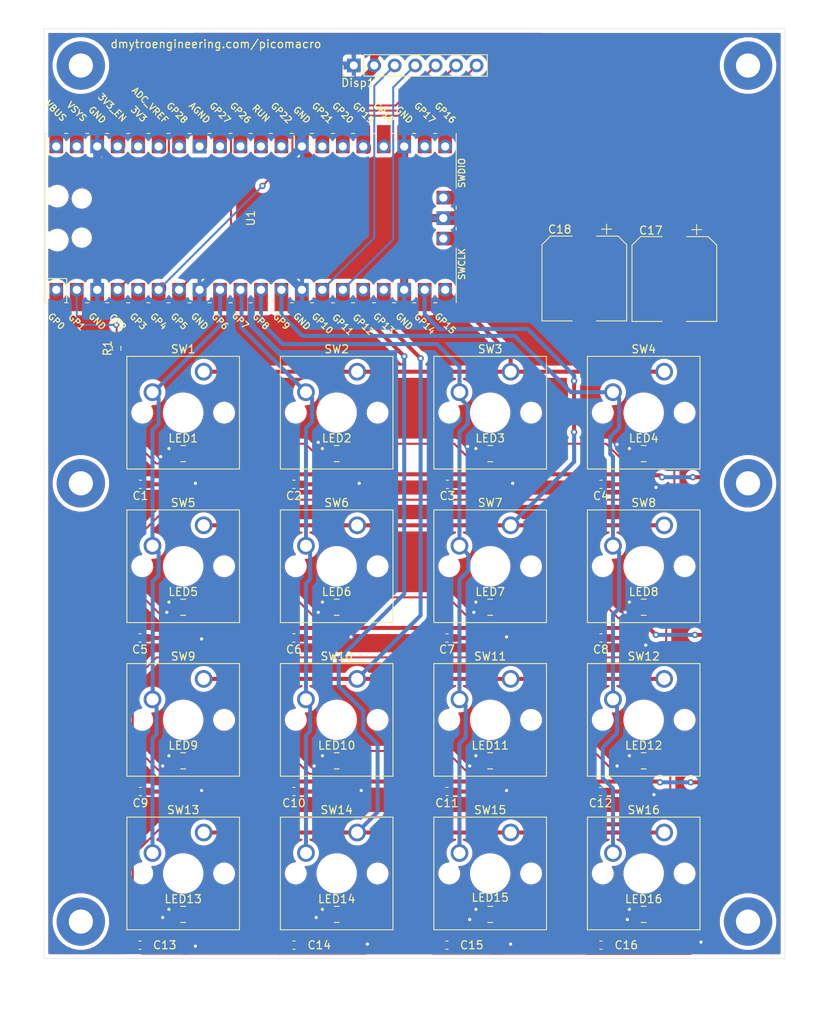
<source format=kicad_pcb>
(kicad_pcb (version 20171130) (host pcbnew 5.1.10-88a1d61d58~88~ubuntu20.04.1)
  (layers (0 F.Cu signal) (31 B.Cu signal) (34 B.Paste user) (35 F.Paste user) (36 B.SilkS user) (37 F.SilkS user) (38 B.Mask user) (39 F.Mask user) (44 Edge.Cuts user))
  (net 0 "")
  (net 1 GND)
  (net 2 +5V)
  (net 3 +3V3)
  (net 4 "Net-(Disp1-Pad7)")
  (net 5 "Net-(Disp1-Pad6)")
  (net 6 "Net-(Disp1-Pad5)")
  (net 7 "Net-(Disp1-Pad4)")
  (net 8 "Net-(Disp1-Pad3)")
  (net 9 "Net-(R1-Pad2)")
  (net 10 "Net-(SW1-Pad2)")
  (net 11 "Net-(SW1-Pad1)")
  (net 12 "Net-(SW10-Pad2)")
  (net 13 "Net-(SW11-Pad2)")
  (net 14 "Net-(SW12-Pad2)")
  (net 15 "Net-(SW5-Pad1)")
  (net 16 "Net-(SW10-Pad1)")
  (net 17 "Net-(SW13-Pad1)")
  (net 18 "Net-(U1-Pad43)")
  (net 19 "Net-(U1-Pad41)")
  (net 20 "Net-(U1-Pad21)")
  (net 21 "Net-(U1-Pad22)")
  (net 22 "Net-(U1-Pad24)")
  (net 23 "Net-(U1-Pad25)")
  (net 24 "Net-(U1-Pad26)")
  (net 25 "Net-(U1-Pad27)")
  (net 26 "Net-(U1-Pad29)")
  (net 27 "Net-(U1-Pad30)")
  (net 28 "Net-(U1-Pad31)")
  (net 29 "Net-(U1-Pad32)")
  (net 30 "Net-(U1-Pad33)")
  (net 31 "Net-(U1-Pad34)")
  (net 32 "Net-(U1-Pad35)")
  (net 33 "Net-(U1-Pad37)")
  (net 34 "Net-(U1-Pad39)")
  (net 35 "Net-(U1-Pad5)")
  (net 36 "Net-(U1-Pad1)")
  (net 37 "Net-(LED1-Pad1)")
  (net 38 "Net-(LED1-Pad3)")
  (net 39 "Net-(LED2-Pad1)")
  (net 40 "Net-(LED3-Pad1)")
  (net 41 "Net-(LED4-Pad1)")
  (net 42 "Net-(LED5-Pad1)")
  (net 43 "Net-(LED6-Pad1)")
  (net 44 "Net-(LED7-Pad1)")
  (net 45 "Net-(LED8-Pad1)")
  (net 46 "Net-(LED10-Pad3)")
  (net 47 "Net-(LED10-Pad1)")
  (net 48 "Net-(LED11-Pad1)")
  (net 49 "Net-(LED12-Pad1)")
  (net 50 "Net-(LED13-Pad1)")
  (net 51 "Net-(LED14-Pad1)")
  (net 52 "Net-(LED15-Pad1)")
  (net 53 "Net-(LED16-Pad1)")
  (module MountingHole:MountingHole_3mm_Pad (layer F.Cu) (at 628.904 342.392)
    (fp_text reference REF** hide)
    (fp_text value MountingHole_3mm_Pad hide)
    (pad 1 thru_hole circle (at 0 0) (size 6 6) (drill 3) (layers *.Cu *.Mask))
  )
  (module MCU_RaspberryPi_and_Boards:RPi_Pico_SMD_TH (layer F.Cu) (at 567.182 361.315 90)
    (fp_text reference U1 (at 0 0 90) (layer F.SilkS))
    (fp_text value Pico)
    (fp_text user SWDIO (at 5.6 26.2 90) (layer F.SilkS) (effects (font (size 0.8 0.8))))
    (fp_text user SWCLK (at -5.7 26.2 90) (layer F.SilkS) (effects (font (size 0.8 0.8))))
    (fp_text user AGND (at 13.054 -6.35 135) (layer F.SilkS) (effects (font (size 0.8 0.8))))
    (fp_text user GND (at 12.8 -19.05 135) (layer F.SilkS) (effects (font (size 0.8 0.8))))
    (fp_text user GND (at 12.8 6.35 135) (layer F.SilkS) (effects (font (size 0.8 0.8))))
    (fp_text user GND (at 12.8 19.05 135) (layer F.SilkS) (effects (font (size 0.8 0.8))))
    (fp_text user GND (at -12.8 19.05 135) (layer F.SilkS) (effects (font (size 0.8 0.8))))
    (fp_text user GND (at -12.8 6.35 135) (layer F.SilkS) (effects (font (size 0.8 0.8))))
    (fp_text user GND (at -12.8 -6.35 135) (layer F.SilkS) (effects (font (size 0.8 0.8))))
    (fp_text user GND (at -12.8 -19.05 135) (layer F.SilkS) (effects (font (size 0.8 0.8))))
    (fp_text user VBUS (at 13.3 -24.2 135) (layer F.SilkS) (effects (font (size 0.8 0.8))))
    (fp_text user VSYS (at 13.2 -21.59 135) (layer F.SilkS) (effects (font (size 0.8 0.8))))
    (fp_text user 3V3_EN (at 13.7 -17.2 135) (layer F.SilkS) (effects (font (size 0.8 0.8))))
    (fp_text user 3V3 (at 12.9 -13.9 135) (layer F.SilkS) (effects (font (size 0.8 0.8))))
    (fp_text user ADC_VREF (at 14 -12.5 135) (layer F.SilkS) (effects (font (size 0.8 0.8))))
    (fp_text user GP28 (at 13.054 -9.144 135) (layer F.SilkS) (effects (font (size 0.8 0.8))))
    (fp_text user GP27 (at 13.054 -3.8 135) (layer F.SilkS) (effects (font (size 0.8 0.8))))
    (fp_text user GP26 (at 13.054 -1.27 135) (layer F.SilkS) (effects (font (size 0.8 0.8))))
    (fp_text user RUN (at 13 1.27 135) (layer F.SilkS) (effects (font (size 0.8 0.8))))
    (fp_text user GP22 (at 13.054 3.81 135) (layer F.SilkS) (effects (font (size 0.8 0.8))))
    (fp_text user GP21 (at 13.054 8.9 135) (layer F.SilkS) (effects (font (size 0.8 0.8))))
    (fp_text user GP20 (at 13.054 11.43 135) (layer F.SilkS) (effects (font (size 0.8 0.8))))
    (fp_text user GP19 (at 13.054 13.97 135) (layer F.SilkS) (effects (font (size 0.8 0.8))))
    (fp_text user GP18 (at 13.054 16.51 135) (layer F.SilkS) (effects (font (size 0.8 0.8))))
    (fp_text user GP17 (at 13.054 21.59 135) (layer F.SilkS) (effects (font (size 0.8 0.8))))
    (fp_text user GP16 (at 13.054 24.13 135) (layer F.SilkS) (effects (font (size 0.8 0.8))))
    (fp_text user GP15 (at -13.054 24.13 135) (layer F.SilkS) (effects (font (size 0.8 0.8))))
    (fp_text user GP14 (at -13.1 21.59 135) (layer F.SilkS) (effects (font (size 0.8 0.8))))
    (fp_text user GP13 (at -13.054 16.51 135) (layer F.SilkS) (effects (font (size 0.8 0.8))))
    (fp_text user GP12 (at -13.2 13.97 135) (layer F.SilkS) (effects (font (size 0.8 0.8))))
    (fp_text user GP11 (at -13.2 11.43 135) (layer F.SilkS) (effects (font (size 0.8 0.8))))
    (fp_text user GP10 (at -13.054 8.89 135) (layer F.SilkS) (effects (font (size 0.8 0.8))))
    (fp_text user GP9 (at -12.8 3.81 135) (layer F.SilkS) (effects (font (size 0.8 0.8))))
    (fp_text user GP8 (at -12.8 1.27 135) (layer F.SilkS) (effects (font (size 0.8 0.8))))
    (fp_text user GP7 (at -12.7 -1.3 135) (layer F.SilkS) (effects (font (size 0.8 0.8))))
    (fp_text user GP6 (at -12.8 -3.81 135) (layer F.SilkS) (effects (font (size 0.8 0.8))))
    (fp_text user GP5 (at -12.8 -8.89 135) (layer F.SilkS) (effects (font (size 0.8 0.8))))
    (fp_text user GP4 (at -12.8 -11.43 135) (layer F.SilkS) (effects (font (size 0.8 0.8))))
    (fp_text user GP3 (at -12.8 -13.97 135) (layer F.SilkS) (effects (font (size 0.8 0.8))))
    (fp_text user GP0 (at -12.8 -24.13 135) (layer F.SilkS) (effects (font (size 0.8 0.8))))
    (fp_text user GP2 (at -12.9 -16.51 135) (layer F.SilkS) (effects (font (size 0.8 0.8))))
    (fp_text user GP1 (at -12.9 -21.6 135) (layer F.SilkS) (effects (font (size 0.8 0.8))))
    (pad 43 thru_hole oval (at 2.54 23.9 90) (size 1.7 1.7) (drill 1.02) (layers *.Cu *.Mask) (net 18 "Net-(U1-Pad43)"))
    (pad 43 smd rect (at 2.54 23.9 180) (size 3.5 1.7) (drill (offset -0.9 0)) (layers F.Cu F.Mask) (net 18 "Net-(U1-Pad43)"))
    (pad 42 thru_hole rect (at 0 23.9 90) (size 1.7 1.7) (drill 1.02) (layers *.Cu *.Mask) (net 1 GND))
    (pad 42 smd rect (at 0 23.9 180) (size 3.5 1.7) (drill (offset -0.9 0)) (layers F.Cu F.Mask) (net 1 GND))
    (pad 41 thru_hole oval (at -2.54 23.9 90) (size 1.7 1.7) (drill 1.02) (layers *.Cu *.Mask) (net 19 "Net-(U1-Pad41)"))
    (pad 41 smd rect (at -2.54 23.9 180) (size 3.5 1.7) (drill (offset -0.9 0)) (layers F.Cu F.Mask) (net 19 "Net-(U1-Pad41)"))
    (pad "" np_thru_hole oval (at 2.425 -20.97 90) (size 1.5 1.5) (drill 1.5) (layers *.Cu *.Mask))
    (pad "" np_thru_hole oval (at -2.425 -20.97 90) (size 1.5 1.5) (drill 1.5) (layers *.Cu *.Mask))
    (pad "" np_thru_hole oval (at 2.725 -24 90) (size 1.8 1.8) (drill 1.8) (layers *.Cu *.Mask))
    (pad "" np_thru_hole oval (at -2.725 -24 90) (size 1.8 1.8) (drill 1.8) (layers *.Cu *.Mask))
    (pad 21 smd rect (at 8.89 24.13 90) (size 3.5 1.7) (drill (offset 0.9 0)) (layers F.Cu F.Mask) (net 20 "Net-(U1-Pad21)"))
    (pad 22 smd rect (at 8.89 21.59 90) (size 3.5 1.7) (drill (offset 0.9 0)) (layers F.Cu F.Mask) (net 21 "Net-(U1-Pad22)"))
    (pad 23 smd rect (at 8.89 19.05 90) (size 3.5 1.7) (drill (offset 0.9 0)) (layers F.Cu F.Mask) (net 1 GND))
    (pad 24 smd rect (at 8.89 16.51 90) (size 3.5 1.7) (drill (offset 0.9 0)) (layers F.Cu F.Mask) (net 22 "Net-(U1-Pad24)"))
    (pad 25 smd rect (at 8.89 13.97 90) (size 3.5 1.7) (drill (offset 0.9 0)) (layers F.Cu F.Mask) (net 23 "Net-(U1-Pad25)"))
    (pad 26 smd rect (at 8.89 11.43 90) (size 3.5 1.7) (drill (offset 0.9 0)) (layers F.Cu F.Mask) (net 24 "Net-(U1-Pad26)"))
    (pad 27 smd rect (at 8.89 8.89 90) (size 3.5 1.7) (drill (offset 0.9 0)) (layers F.Cu F.Mask) (net 25 "Net-(U1-Pad27)"))
    (pad 28 smd rect (at 8.89 6.35 90) (size 3.5 1.7) (drill (offset 0.9 0)) (layers F.Cu F.Mask) (net 1 GND))
    (pad 29 smd rect (at 8.89 3.81 90) (size 3.5 1.7) (drill (offset 0.9 0)) (layers F.Cu F.Mask) (net 26 "Net-(U1-Pad29)"))
    (pad 30 smd rect (at 8.89 1.27 90) (size 3.5 1.7) (drill (offset 0.9 0)) (layers F.Cu F.Mask) (net 27 "Net-(U1-Pad30)"))
    (pad 31 smd rect (at 8.89 -1.27 90) (size 3.5 1.7) (drill (offset 0.9 0)) (layers F.Cu F.Mask) (net 28 "Net-(U1-Pad31)"))
    (pad 32 smd rect (at 8.89 -3.81 90) (size 3.5 1.7) (drill (offset 0.9 0)) (layers F.Cu F.Mask) (net 29 "Net-(U1-Pad32)"))
    (pad 33 smd rect (at 8.89 -6.35 90) (size 3.5 1.7) (drill (offset 0.9 0)) (layers F.Cu F.Mask) (net 30 "Net-(U1-Pad33)"))
    (pad 34 smd rect (at 8.89 -8.89 90) (size 3.5 1.7) (drill (offset 0.9 0)) (layers F.Cu F.Mask) (net 31 "Net-(U1-Pad34)"))
    (pad 35 smd rect (at 8.89 -11.43 90) (size 3.5 1.7) (drill (offset 0.9 0)) (layers F.Cu F.Mask) (net 32 "Net-(U1-Pad35)"))
    (pad 36 smd rect (at 8.89 -13.97 90) (size 3.5 1.7) (drill (offset 0.9 0)) (layers F.Cu F.Mask) (net 3 +3V3))
    (pad 37 smd rect (at 8.89 -16.51 90) (size 3.5 1.7) (drill (offset 0.9 0)) (layers F.Cu F.Mask) (net 33 "Net-(U1-Pad37)"))
    (pad 38 smd rect (at 8.89 -19.05 90) (size 3.5 1.7) (drill (offset 0.9 0)) (layers F.Cu F.Mask) (net 1 GND))
    (pad 39 smd rect (at 8.89 -21.59 90) (size 3.5 1.7) (drill (offset 0.9 0)) (layers F.Cu F.Mask) (net 34 "Net-(U1-Pad39)"))
    (pad 40 smd rect (at 8.89 -24.13 90) (size 3.5 1.7) (drill (offset 0.9 0)) (layers F.Cu F.Mask) (net 2 +5V))
    (pad 20 smd rect (at -8.89 24.13 90) (size 3.5 1.7) (drill (offset -0.9 0)) (layers F.Cu F.Mask) (net 11 "Net-(SW1-Pad1)"))
    (pad 19 smd rect (at -8.89 21.59 90) (size 3.5 1.7) (drill (offset -0.9 0)) (layers F.Cu F.Mask) (net 15 "Net-(SW5-Pad1)"))
    (pad 18 smd rect (at -8.89 19.05 90) (size 3.5 1.7) (drill (offset -0.9 0)) (layers F.Cu F.Mask) (net 1 GND))
    (pad 17 smd rect (at -8.89 16.51 90) (size 3.5 1.7) (drill (offset -0.9 0)) (layers F.Cu F.Mask) (net 16 "Net-(SW10-Pad1)"))
    (pad 16 smd rect (at -8.89 13.97 90) (size 3.5 1.7) (drill (offset -0.9 0)) (layers F.Cu F.Mask) (net 17 "Net-(SW13-Pad1)"))
    (pad 15 smd rect (at -8.89 11.43 90) (size 3.5 1.7) (drill (offset -0.9 0)) (layers F.Cu F.Mask) (net 7 "Net-(Disp1-Pad4)"))
    (pad 14 smd rect (at -8.89 8.89 90) (size 3.5 1.7) (drill (offset -0.9 0)) (layers F.Cu F.Mask) (net 8 "Net-(Disp1-Pad3)"))
    (pad 13 smd rect (at -8.89 6.35 90) (size 3.5 1.7) (drill (offset -0.9 0)) (layers F.Cu F.Mask) (net 1 GND))
    (pad 12 smd rect (at -8.89 3.81 90) (size 3.5 1.7) (drill (offset -0.9 0)) (layers F.Cu F.Mask) (net 14 "Net-(SW12-Pad2)"))
    (pad 11 smd rect (at -8.89 1.27 90) (size 3.5 1.7) (drill (offset -0.9 0)) (layers F.Cu F.Mask) (net 13 "Net-(SW11-Pad2)"))
    (pad 10 smd rect (at -8.89 -1.27 90) (size 3.5 1.7) (drill (offset -0.9 0)) (layers F.Cu F.Mask) (net 12 "Net-(SW10-Pad2)"))
    (pad 9 smd rect (at -8.89 -3.81 90) (size 3.5 1.7) (drill (offset -0.9 0)) (layers F.Cu F.Mask) (net 10 "Net-(SW1-Pad2)"))
    (pad 8 smd rect (at -8.89 -6.35 90) (size 3.5 1.7) (drill (offset -0.9 0)) (layers F.Cu F.Mask) (net 1 GND))
    (pad 7 smd rect (at -8.89 -8.89 90) (size 3.5 1.7) (drill (offset -0.9 0)) (layers F.Cu F.Mask) (net 5 "Net-(Disp1-Pad6)"))
    (pad 6 smd rect (at -8.89 -11.43 90) (size 3.5 1.7) (drill (offset -0.9 0)) (layers F.Cu F.Mask) (net 4 "Net-(Disp1-Pad7)"))
    (pad 5 smd rect (at -8.89 -13.97 90) (size 3.5 1.7) (drill (offset -0.9 0)) (layers F.Cu F.Mask) (net 35 "Net-(U1-Pad5)"))
    (pad 4 smd rect (at -8.89 -16.51 90) (size 3.5 1.7) (drill (offset -0.9 0)) (layers F.Cu F.Mask) (net 6 "Net-(Disp1-Pad5)"))
    (pad 3 smd rect (at -8.89 -19.05 90) (size 3.5 1.7) (drill (offset -0.9 0)) (layers F.Cu F.Mask) (net 1 GND))
    (pad 2 smd rect (at -8.89 -21.59 90) (size 3.5 1.7) (drill (offset -0.9 0)) (layers F.Cu F.Mask) (net 9 "Net-(R1-Pad2)"))
    (pad 1 smd rect (at -8.89 -24.13 90) (size 3.5 1.7) (drill (offset -0.9 0)) (layers F.Cu F.Mask) (net 36 "Net-(U1-Pad1)"))
    (pad 40 thru_hole oval (at 8.89 -24.13 90) (size 1.7 1.7) (drill 1.02) (layers *.Cu *.Mask) (net 2 +5V))
    (pad 39 thru_hole oval (at 8.89 -21.59 90) (size 1.7 1.7) (drill 1.02) (layers *.Cu *.Mask) (net 34 "Net-(U1-Pad39)"))
    (pad 38 thru_hole rect (at 8.89 -19.05 90) (size 1.7 1.7) (drill 1.02) (layers *.Cu *.Mask) (net 1 GND))
    (pad 37 thru_hole oval (at 8.89 -16.51 90) (size 1.7 1.7) (drill 1.02) (layers *.Cu *.Mask) (net 33 "Net-(U1-Pad37)"))
    (pad 36 thru_hole oval (at 8.89 -13.97 90) (size 1.7 1.7) (drill 1.02) (layers *.Cu *.Mask) (net 3 +3V3))
    (pad 35 thru_hole oval (at 8.89 -11.43 90) (size 1.7 1.7) (drill 1.02) (layers *.Cu *.Mask) (net 32 "Net-(U1-Pad35)"))
    (pad 34 thru_hole oval (at 8.89 -8.89 90) (size 1.7 1.7) (drill 1.02) (layers *.Cu *.Mask) (net 31 "Net-(U1-Pad34)"))
    (pad 33 thru_hole rect (at 8.89 -6.35 90) (size 1.7 1.7) (drill 1.02) (layers *.Cu *.Mask) (net 30 "Net-(U1-Pad33)"))
    (pad 32 thru_hole oval (at 8.89 -3.81 90) (size 1.7 1.7) (drill 1.02) (layers *.Cu *.Mask) (net 29 "Net-(U1-Pad32)"))
    (pad 31 thru_hole oval (at 8.89 -1.27 90) (size 1.7 1.7) (drill 1.02) (layers *.Cu *.Mask) (net 28 "Net-(U1-Pad31)"))
    (pad 30 thru_hole oval (at 8.89 1.27 90) (size 1.7 1.7) (drill 1.02) (layers *.Cu *.Mask) (net 27 "Net-(U1-Pad30)"))
    (pad 29 thru_hole oval (at 8.89 3.81 90) (size 1.7 1.7) (drill 1.02) (layers *.Cu *.Mask) (net 26 "Net-(U1-Pad29)"))
    (pad 28 thru_hole rect (at 8.89 6.35 90) (size 1.7 1.7) (drill 1.02) (layers *.Cu *.Mask) (net 1 GND))
    (pad 27 thru_hole oval (at 8.89 8.89 90) (size 1.7 1.7) (drill 1.02) (layers *.Cu *.Mask) (net 25 "Net-(U1-Pad27)"))
    (pad 26 thru_hole oval (at 8.89 11.43 90) (size 1.7 1.7) (drill 1.02) (layers *.Cu *.Mask) (net 24 "Net-(U1-Pad26)"))
    (pad 25 thru_hole oval (at 8.89 13.97 90) (size 1.7 1.7) (drill 1.02) (layers *.Cu *.Mask) (net 23 "Net-(U1-Pad25)"))
    (pad 24 thru_hole oval (at 8.89 16.51 90) (size 1.7 1.7) (drill 1.02) (layers *.Cu *.Mask) (net 22 "Net-(U1-Pad24)"))
    (pad 23 thru_hole rect (at 8.89 19.05 90) (size 1.7 1.7) (drill 1.02) (layers *.Cu *.Mask) (net 1 GND))
    (pad 22 thru_hole oval (at 8.89 21.59 90) (size 1.7 1.7) (drill 1.02) (layers *.Cu *.Mask) (net 21 "Net-(U1-Pad22)"))
    (pad 21 thru_hole oval (at 8.89 24.13 90) (size 1.7 1.7) (drill 1.02) (layers *.Cu *.Mask) (net 20 "Net-(U1-Pad21)"))
    (pad 20 thru_hole oval (at -8.89 24.13 90) (size 1.7 1.7) (drill 1.02) (layers *.Cu *.Mask) (net 11 "Net-(SW1-Pad1)"))
    (pad 19 thru_hole oval (at -8.89 21.59 90) (size 1.7 1.7) (drill 1.02) (layers *.Cu *.Mask) (net 15 "Net-(SW5-Pad1)"))
    (pad 18 thru_hole rect (at -8.89 19.05 90) (size 1.7 1.7) (drill 1.02) (layers *.Cu *.Mask) (net 1 GND))
    (pad 17 thru_hole oval (at -8.89 16.51 90) (size 1.7 1.7) (drill 1.02) (layers *.Cu *.Mask) (net 16 "Net-(SW10-Pad1)"))
    (pad 16 thru_hole oval (at -8.89 13.97 90) (size 1.7 1.7) (drill 1.02) (layers *.Cu *.Mask) (net 17 "Net-(SW13-Pad1)"))
    (pad 15 thru_hole oval (at -8.89 11.43 90) (size 1.7 1.7) (drill 1.02) (layers *.Cu *.Mask) (net 7 "Net-(Disp1-Pad4)"))
    (pad 14 thru_hole oval (at -8.89 8.89 90) (size 1.7 1.7) (drill 1.02) (layers *.Cu *.Mask) (net 8 "Net-(Disp1-Pad3)"))
    (pad 13 thru_hole rect (at -8.89 6.35 90) (size 1.7 1.7) (drill 1.02) (layers *.Cu *.Mask) (net 1 GND))
    (pad 12 thru_hole oval (at -8.89 3.81 90) (size 1.7 1.7) (drill 1.02) (layers *.Cu *.Mask) (net 14 "Net-(SW12-Pad2)"))
    (pad 11 thru_hole oval (at -8.89 1.27 90) (size 1.7 1.7) (drill 1.02) (layers *.Cu *.Mask) (net 13 "Net-(SW11-Pad2)"))
    (pad 10 thru_hole oval (at -8.89 -1.27 90) (size 1.7 1.7) (drill 1.02) (layers *.Cu *.Mask) (net 12 "Net-(SW10-Pad2)"))
    (pad 9 thru_hole oval (at -8.89 -3.81 90) (size 1.7 1.7) (drill 1.02) (layers *.Cu *.Mask) (net 10 "Net-(SW1-Pad2)"))
    (pad 8 thru_hole rect (at -8.89 -6.35 90) (size 1.7 1.7) (drill 1.02) (layers *.Cu *.Mask) (net 1 GND))
    (pad 7 thru_hole oval (at -8.89 -8.89 90) (size 1.7 1.7) (drill 1.02) (layers *.Cu *.Mask) (net 5 "Net-(Disp1-Pad6)"))
    (pad 6 thru_hole oval (at -8.89 -11.43 90) (size 1.7 1.7) (drill 1.02) (layers *.Cu *.Mask) (net 4 "Net-(Disp1-Pad7)"))
    (pad 5 thru_hole oval (at -8.89 -13.97 90) (size 1.7 1.7) (drill 1.02) (layers *.Cu *.Mask) (net 35 "Net-(U1-Pad5)"))
    (pad 4 thru_hole oval (at -8.89 -16.51 90) (size 1.7 1.7) (drill 1.02) (layers *.Cu *.Mask) (net 6 "Net-(Disp1-Pad5)"))
    (pad 3 thru_hole rect (at -8.89 -19.05 90) (size 1.7 1.7) (drill 1.02) (layers *.Cu *.Mask) (net 1 GND))
    (pad 2 thru_hole oval (at -8.89 -21.59 90) (size 1.7 1.7) (drill 1.02) (layers *.Cu *.Mask) (net 9 "Net-(R1-Pad2)"))
    (pad 1 thru_hole oval (at -8.89 -24.13 90) (size 1.7 1.7) (drill 1.02) (layers *.Cu *.Mask) (net 36 "Net-(U1-Pad1)"))
  )
  (module MountingHole:MountingHole_3mm_Pad (layer F.Cu) (at 546.1 342.392)
    (fp_text reference REF** hide)
    (fp_text value MountingHole_3mm_Pad hide)
    (pad 1 thru_hole circle (at 0 0) (size 6 6) (drill 3) (layers *.Cu *.Mask))
  )
  (module MountingHole:MountingHole_3mm_Pad (layer F.Cu) (at 628.904 394.208)
    (fp_text reference REF** hide)
    (fp_text value MountingHole_3mm_Pad hide)
    (pad 1 thru_hole circle (at 0 0) (size 6 6) (drill 3) (layers *.Cu *.Mask))
  )
  (module MountingHole:MountingHole_3mm_Pad (layer F.Cu) (at 546.1 394.208)
    (fp_text reference REF** hide)
    (fp_text value MountingHole_3mm_Pad hide)
    (pad 1 thru_hole circle (at 0 0) (size 6 6) (drill 3) (layers *.Cu *.Mask))
  )
  (module MountingHole:MountingHole_3mm_Pad (layer F.Cu) (at 546.1 448.564)
    (fp_text reference REF** hide)
    (fp_text value MountingHole_3mm_Pad hide)
    (pad 1 thru_hole circle (at 0 0) (size 6 6) (drill 3) (layers *.Cu *.Mask))
  )
  (module MountingHole:MountingHole_3mm_Pad (layer F.Cu) (at 628.904 448.564)
    (fp_text reference REF** hide)
    (fp_text value MountingHole_3mm_Pad hide)
    (pad 1 thru_hole circle (at 0 0) (size 6 6) (drill 3) (layers *.Cu *.Mask))
  )
  (module picoMacro:LED_WS2812-2020 (layer F.Cu) (at 615.95 447.675)
    (fp_text reference LED16 (at 0 -1.905) (layer F.SilkS) (effects (font (size 1.00011 1.00011))))
    (fp_text value WS2812-2020 hide)
    (pad 2 smd rect (at -0.915 0.55) (size 0.7 0.7) (layers F.Cu F.Paste F.Mask) (net 1 GND))
    (pad 1 smd rect (at -0.915 -0.55) (size 0.7 0.7) (layers F.Cu F.Paste F.Mask) (net 53 "Net-(LED16-Pad1)"))
    (pad 4 smd rect (at 0.915 -0.55) (size 0.7 0.7) (layers F.Cu F.Paste F.Mask) (net 2 +5V))
    (pad 3 smd rect (at 0.915 0.55) (size 0.7 0.7) (layers F.Cu F.Paste F.Mask) (net 52 "Net-(LED15-Pad1)"))
  )
  (module picoMacro:LED_WS2812-2020 (layer F.Cu) (at 596.9 447.675)
    (fp_text reference LED15 (at 0 -2.09129) (layer F.SilkS) (effects (font (size 1.00011 1.00011))))
    (fp_text value WS2812-2020 hide)
    (pad 2 smd rect (at -0.915 0.55) (size 0.7 0.7) (layers F.Cu F.Paste F.Mask) (net 1 GND))
    (pad 1 smd rect (at -0.915 -0.55) (size 0.7 0.7) (layers F.Cu F.Paste F.Mask) (net 52 "Net-(LED15-Pad1)"))
    (pad 4 smd rect (at 0.915 -0.55) (size 0.7 0.7) (layers F.Cu F.Paste F.Mask) (net 2 +5V))
    (pad 3 smd rect (at 0.915 0.55) (size 0.7 0.7) (layers F.Cu F.Paste F.Mask) (net 51 "Net-(LED14-Pad1)"))
  )
  (module picoMacro:LED_WS2812-2020 (layer F.Cu) (at 577.85 447.675)
    (fp_text reference LED14 (at 0 -1.905) (layer F.SilkS) (effects (font (size 1.00011 1.00011))))
    (fp_text value WS2812-2020 hide)
    (pad 2 smd rect (at -0.915 0.55) (size 0.7 0.7) (layers F.Cu F.Paste F.Mask) (net 1 GND))
    (pad 1 smd rect (at -0.915 -0.55) (size 0.7 0.7) (layers F.Cu F.Paste F.Mask) (net 51 "Net-(LED14-Pad1)"))
    (pad 4 smd rect (at 0.915 -0.55) (size 0.7 0.7) (layers F.Cu F.Paste F.Mask) (net 2 +5V))
    (pad 3 smd rect (at 0.915 0.55) (size 0.7 0.7) (layers F.Cu F.Paste F.Mask) (net 50 "Net-(LED13-Pad1)"))
  )
  (module picoMacro:LED_WS2812-2020 (layer F.Cu) (at 558.8 447.675)
    (fp_text reference LED13 (at 0 -1.905) (layer F.SilkS) (effects (font (size 1.00011 1.00011))))
    (fp_text value WS2812-2020 hide)
    (pad 2 smd rect (at -0.915 0.55) (size 0.7 0.7) (layers F.Cu F.Paste F.Mask) (net 1 GND))
    (pad 1 smd rect (at -0.915 -0.55) (size 0.7 0.7) (layers F.Cu F.Paste F.Mask) (net 50 "Net-(LED13-Pad1)"))
    (pad 4 smd rect (at 0.915 -0.55) (size 0.7 0.7) (layers F.Cu F.Paste F.Mask) (net 2 +5V))
    (pad 3 smd rect (at 0.915 0.55) (size 0.7 0.7) (layers F.Cu F.Paste F.Mask) (net 49 "Net-(LED12-Pad1)"))
  )
  (module picoMacro:LED_WS2812-2020 (layer F.Cu) (at 615.95 428.625)
    (fp_text reference LED12 (at 0 -1.905) (layer F.SilkS) (effects (font (size 1.00011 1.00011))))
    (fp_text value WS2812-2020 hide)
    (pad 2 smd rect (at -0.915 0.55) (size 0.7 0.7) (layers F.Cu F.Paste F.Mask) (net 1 GND))
    (pad 1 smd rect (at -0.915 -0.55) (size 0.7 0.7) (layers F.Cu F.Paste F.Mask) (net 49 "Net-(LED12-Pad1)"))
    (pad 4 smd rect (at 0.915 -0.55) (size 0.7 0.7) (layers F.Cu F.Paste F.Mask) (net 2 +5V))
    (pad 3 smd rect (at 0.915 0.55) (size 0.7 0.7) (layers F.Cu F.Paste F.Mask) (net 48 "Net-(LED11-Pad1)"))
  )
  (module picoMacro:LED_WS2812-2020 (layer F.Cu) (at 596.9 428.625)
    (fp_text reference LED11 (at 0 -1.905) (layer F.SilkS) (effects (font (size 1.00011 1.00011))))
    (fp_text value WS2812-2020 hide)
    (pad 2 smd rect (at -0.915 0.55) (size 0.7 0.7) (layers F.Cu F.Paste F.Mask) (net 1 GND))
    (pad 1 smd rect (at -0.915 -0.55) (size 0.7 0.7) (layers F.Cu F.Paste F.Mask) (net 48 "Net-(LED11-Pad1)"))
    (pad 4 smd rect (at 0.915 -0.55) (size 0.7 0.7) (layers F.Cu F.Paste F.Mask) (net 2 +5V))
    (pad 3 smd rect (at 0.915 0.55) (size 0.7 0.7) (layers F.Cu F.Paste F.Mask) (net 47 "Net-(LED10-Pad1)"))
  )
  (module picoMacro:LED_WS2812-2020 (layer F.Cu) (at 577.85 428.625)
    (fp_text reference LED10 (at 0 -1.905) (layer F.SilkS) (effects (font (size 1.00011 1.00011))))
    (fp_text value WS2812-2020 hide)
    (pad 2 smd rect (at -0.915 0.55) (size 0.7 0.7) (layers F.Cu F.Paste F.Mask) (net 1 GND))
    (pad 1 smd rect (at -0.915 -0.55) (size 0.7 0.7) (layers F.Cu F.Paste F.Mask) (net 47 "Net-(LED10-Pad1)"))
    (pad 4 smd rect (at 0.915 -0.55) (size 0.7 0.7) (layers F.Cu F.Paste F.Mask) (net 2 +5V))
    (pad 3 smd rect (at 0.915 0.55) (size 0.7 0.7) (layers F.Cu F.Paste F.Mask) (net 46 "Net-(LED10-Pad3)"))
  )
  (module picoMacro:LED_WS2812-2020 (layer F.Cu) (at 558.8 428.625)
    (fp_text reference LED9 (at 0 -1.905) (layer F.SilkS) (effects (font (size 1.00011 1.00011))))
    (fp_text value WS2812-2020 hide)
    (pad 2 smd rect (at -0.915 0.55) (size 0.7 0.7) (layers F.Cu F.Paste F.Mask) (net 1 GND))
    (pad 1 smd rect (at -0.915 -0.55) (size 0.7 0.7) (layers F.Cu F.Paste F.Mask) (net 46 "Net-(LED10-Pad3)"))
    (pad 4 smd rect (at 0.915 -0.55) (size 0.7 0.7) (layers F.Cu F.Paste F.Mask) (net 2 +5V))
    (pad 3 smd rect (at 0.915 0.55) (size 0.7 0.7) (layers F.Cu F.Paste F.Mask) (net 45 "Net-(LED8-Pad1)"))
  )
  (module picoMacro:LED_WS2812-2020 (layer F.Cu) (at 615.95 409.575)
    (fp_text reference LED8 (at 0 -1.905) (layer F.SilkS) (effects (font (size 1.00011 1.00011))))
    (fp_text value WS2812-2020 hide)
    (pad 2 smd rect (at -0.915 0.55) (size 0.7 0.7) (layers F.Cu F.Paste F.Mask) (net 1 GND))
    (pad 1 smd rect (at -0.915 -0.55) (size 0.7 0.7) (layers F.Cu F.Paste F.Mask) (net 45 "Net-(LED8-Pad1)"))
    (pad 4 smd rect (at 0.915 -0.55) (size 0.7 0.7) (layers F.Cu F.Paste F.Mask) (net 2 +5V))
    (pad 3 smd rect (at 0.915 0.55) (size 0.7 0.7) (layers F.Cu F.Paste F.Mask) (net 44 "Net-(LED7-Pad1)"))
  )
  (module picoMacro:LED_WS2812-2020 (layer F.Cu) (at 596.9 409.575)
    (fp_text reference LED7 (at 0 -1.905) (layer F.SilkS) (effects (font (size 1.00011 1.00011))))
    (fp_text value WS2812-2020 hide)
    (pad 2 smd rect (at -0.915 0.55) (size 0.7 0.7) (layers F.Cu F.Paste F.Mask) (net 1 GND))
    (pad 1 smd rect (at -0.915 -0.55) (size 0.7 0.7) (layers F.Cu F.Paste F.Mask) (net 44 "Net-(LED7-Pad1)"))
    (pad 4 smd rect (at 0.915 -0.55) (size 0.7 0.7) (layers F.Cu F.Paste F.Mask) (net 2 +5V))
    (pad 3 smd rect (at 0.915 0.55) (size 0.7 0.7) (layers F.Cu F.Paste F.Mask) (net 43 "Net-(LED6-Pad1)"))
  )
  (module picoMacro:LED_WS2812-2020 (layer F.Cu) (at 577.85 409.575)
    (fp_text reference LED6 (at 0 -1.905) (layer F.SilkS) (effects (font (size 1.00011 1.00011))))
    (fp_text value WS2812-2020 hide)
    (pad 2 smd rect (at -0.915 0.55) (size 0.7 0.7) (layers F.Cu F.Paste F.Mask) (net 1 GND))
    (pad 1 smd rect (at -0.915 -0.55) (size 0.7 0.7) (layers F.Cu F.Paste F.Mask) (net 43 "Net-(LED6-Pad1)"))
    (pad 4 smd rect (at 0.915 -0.55) (size 0.7 0.7) (layers F.Cu F.Paste F.Mask) (net 2 +5V))
    (pad 3 smd rect (at 0.915 0.55) (size 0.7 0.7) (layers F.Cu F.Paste F.Mask) (net 42 "Net-(LED5-Pad1)"))
  )
  (module picoMacro:LED_WS2812-2020 (layer F.Cu) (at 558.8 409.575)
    (fp_text reference LED5 (at 0 -1.905) (layer F.SilkS) (effects (font (size 1.00011 1.00011))))
    (fp_text value WS2812-2020 hide)
    (pad 2 smd rect (at -0.915 0.55) (size 0.7 0.7) (layers F.Cu F.Paste F.Mask) (net 1 GND))
    (pad 1 smd rect (at -0.915 -0.55) (size 0.7 0.7) (layers F.Cu F.Paste F.Mask) (net 42 "Net-(LED5-Pad1)"))
    (pad 4 smd rect (at 0.915 -0.55) (size 0.7 0.7) (layers F.Cu F.Paste F.Mask) (net 2 +5V))
    (pad 3 smd rect (at 0.915 0.55) (size 0.7 0.7) (layers F.Cu F.Paste F.Mask) (net 41 "Net-(LED4-Pad1)"))
  )
  (module picoMacro:LED_WS2812-2020 (layer F.Cu) (at 615.95 390.525)
    (fp_text reference LED4 (at 0 -1.905) (layer F.SilkS) (effects (font (size 1.00011 1.00011))))
    (fp_text value WS2812-2020 hide)
    (pad 2 smd rect (at -0.915 0.55) (size 0.7 0.7) (layers F.Cu F.Paste F.Mask) (net 1 GND))
    (pad 1 smd rect (at -0.915 -0.55) (size 0.7 0.7) (layers F.Cu F.Paste F.Mask) (net 41 "Net-(LED4-Pad1)"))
    (pad 4 smd rect (at 0.915 -0.55) (size 0.7 0.7) (layers F.Cu F.Paste F.Mask) (net 2 +5V))
    (pad 3 smd rect (at 0.915 0.55) (size 0.7 0.7) (layers F.Cu F.Paste F.Mask) (net 40 "Net-(LED3-Pad1)"))
  )
  (module picoMacro:LED_WS2812-2020 (layer F.Cu) (at 596.9 390.525)
    (fp_text reference LED3 (at 0 -1.905) (layer F.SilkS) (effects (font (size 1.00011 1.00011))))
    (fp_text value WS2812-2020 hide)
    (pad 2 smd rect (at -0.915 0.55) (size 0.7 0.7) (layers F.Cu F.Paste F.Mask) (net 1 GND))
    (pad 1 smd rect (at -0.915 -0.55) (size 0.7 0.7) (layers F.Cu F.Paste F.Mask) (net 40 "Net-(LED3-Pad1)"))
    (pad 4 smd rect (at 0.915 -0.55) (size 0.7 0.7) (layers F.Cu F.Paste F.Mask) (net 2 +5V))
    (pad 3 smd rect (at 0.915 0.55) (size 0.7 0.7) (layers F.Cu F.Paste F.Mask) (net 39 "Net-(LED2-Pad1)"))
  )
  (module picoMacro:LED_WS2812-2020 (layer F.Cu) (at 577.85 390.525)
    (fp_text reference LED2 (at 0 -1.905) (layer F.SilkS) (effects (font (size 1.00011 1.00011))))
    (fp_text value WS2812-2020 hide)
    (pad 2 smd rect (at -0.915 0.55) (size 0.7 0.7) (layers F.Cu F.Paste F.Mask) (net 1 GND))
    (pad 1 smd rect (at -0.915 -0.55) (size 0.7 0.7) (layers F.Cu F.Paste F.Mask) (net 39 "Net-(LED2-Pad1)"))
    (pad 4 smd rect (at 0.915 -0.55) (size 0.7 0.7) (layers F.Cu F.Paste F.Mask) (net 2 +5V))
    (pad 3 smd rect (at 0.915 0.55) (size 0.7 0.7) (layers F.Cu F.Paste F.Mask) (net 37 "Net-(LED1-Pad1)"))
  )
  (module picoMacro:LED_WS2812-2020 (layer F.Cu) (at 558.8 390.525)
    (fp_text reference LED1 (at 0 -1.905) (layer F.SilkS) (effects (font (size 1.00011 1.00011))))
    (fp_text value WS2812-2020 hide)
    (pad 2 smd rect (at -0.915 0.55) (size 0.7 0.7) (layers F.Cu F.Paste F.Mask) (net 1 GND))
    (pad 1 smd rect (at -0.915 -0.55) (size 0.7 0.7) (layers F.Cu F.Paste F.Mask) (net 37 "Net-(LED1-Pad1)"))
    (pad 4 smd rect (at 0.915 -0.55) (size 0.7 0.7) (layers F.Cu F.Paste F.Mask) (net 2 +5V))
    (pad 3 smd rect (at 0.915 0.55) (size 0.7 0.7) (layers F.Cu F.Paste F.Mask) (net 38 "Net-(LED1-Pad3)"))
  )
  (module Button_Switch_Keyboard:SW_Cherry_MX_1.00u_PCB (layer F.Cu) (at 618.49 437.515)
    (fp_text reference SW16 (at -2.54 -2.794) (layer F.SilkS))
    (fp_text value SW_Push)
    (pad "" np_thru_hole circle (at 2.54 5.08) (size 1.7 1.7) (drill 1.7) (layers *.Cu *.Mask))
    (pad "" np_thru_hole circle (at -7.62 5.08) (size 1.7 1.7) (drill 1.7) (layers *.Cu *.Mask))
    (pad "" np_thru_hole circle (at -2.54 5.08) (size 4 4) (drill 4) (layers *.Cu *.Mask))
    (pad 2 thru_hole circle (at -6.35 2.54) (size 2.2 2.2) (drill 1.5) (layers *.Cu *.Mask) (net 14 "Net-(SW12-Pad2)"))
    (pad 1 thru_hole circle (at 0 0) (size 2.2 2.2) (drill 1.5) (layers *.Cu *.Mask) (net 17 "Net-(SW13-Pad1)"))
  )
  (module Button_Switch_Keyboard:SW_Cherry_MX_1.00u_PCB (layer F.Cu) (at 599.44 437.515)
    (fp_text reference SW15 (at -2.54 -2.794) (layer F.SilkS))
    (fp_text value SW_Push)
    (pad "" np_thru_hole circle (at 2.54 5.08) (size 1.7 1.7) (drill 1.7) (layers *.Cu *.Mask))
    (pad "" np_thru_hole circle (at -7.62 5.08) (size 1.7 1.7) (drill 1.7) (layers *.Cu *.Mask))
    (pad "" np_thru_hole circle (at -2.54 5.08) (size 4 4) (drill 4) (layers *.Cu *.Mask))
    (pad 2 thru_hole circle (at -6.35 2.54) (size 2.2 2.2) (drill 1.5) (layers *.Cu *.Mask) (net 13 "Net-(SW11-Pad2)"))
    (pad 1 thru_hole circle (at 0 0) (size 2.2 2.2) (drill 1.5) (layers *.Cu *.Mask) (net 17 "Net-(SW13-Pad1)"))
  )
  (module Button_Switch_Keyboard:SW_Cherry_MX_1.00u_PCB (layer F.Cu) (at 580.39 437.515)
    (fp_text reference SW14 (at -2.54 -2.794) (layer F.SilkS))
    (fp_text value SW_Push)
    (pad "" np_thru_hole circle (at 2.54 5.08) (size 1.7 1.7) (drill 1.7) (layers *.Cu *.Mask))
    (pad "" np_thru_hole circle (at -7.62 5.08) (size 1.7 1.7) (drill 1.7) (layers *.Cu *.Mask))
    (pad "" np_thru_hole circle (at -2.54 5.08) (size 4 4) (drill 4) (layers *.Cu *.Mask))
    (pad 2 thru_hole circle (at -6.35 2.54) (size 2.2 2.2) (drill 1.5) (layers *.Cu *.Mask) (net 12 "Net-(SW10-Pad2)"))
    (pad 1 thru_hole circle (at 0 0) (size 2.2 2.2) (drill 1.5) (layers *.Cu *.Mask) (net 17 "Net-(SW13-Pad1)"))
  )
  (module Button_Switch_Keyboard:SW_Cherry_MX_1.00u_PCB (layer F.Cu) (at 561.34 437.515)
    (fp_text reference SW13 (at -2.54 -2.794) (layer F.SilkS))
    (fp_text value SW_Push)
    (pad "" np_thru_hole circle (at 2.54 5.08) (size 1.7 1.7) (drill 1.7) (layers *.Cu *.Mask))
    (pad "" np_thru_hole circle (at -7.62 5.08) (size 1.7 1.7) (drill 1.7) (layers *.Cu *.Mask))
    (pad "" np_thru_hole circle (at -2.54 5.08) (size 4 4) (drill 4) (layers *.Cu *.Mask))
    (pad 2 thru_hole circle (at -6.35 2.54) (size 2.2 2.2) (drill 1.5) (layers *.Cu *.Mask) (net 10 "Net-(SW1-Pad2)"))
    (pad 1 thru_hole circle (at 0 0) (size 2.2 2.2) (drill 1.5) (layers *.Cu *.Mask) (net 17 "Net-(SW13-Pad1)"))
  )
  (module Button_Switch_Keyboard:SW_Cherry_MX_1.00u_PCB (layer F.Cu) (at 618.49 418.465)
    (fp_text reference SW12 (at -2.54 -2.794) (layer F.SilkS))
    (fp_text value SW_Push)
    (pad "" np_thru_hole circle (at 2.54 5.08) (size 1.7 1.7) (drill 1.7) (layers *.Cu *.Mask))
    (pad "" np_thru_hole circle (at -7.62 5.08) (size 1.7 1.7) (drill 1.7) (layers *.Cu *.Mask))
    (pad "" np_thru_hole circle (at -2.54 5.08) (size 4 4) (drill 4) (layers *.Cu *.Mask))
    (pad 2 thru_hole circle (at -6.35 2.54) (size 2.2 2.2) (drill 1.5) (layers *.Cu *.Mask) (net 14 "Net-(SW12-Pad2)"))
    (pad 1 thru_hole circle (at 0 0) (size 2.2 2.2) (drill 1.5) (layers *.Cu *.Mask) (net 16 "Net-(SW10-Pad1)"))
  )
  (module Button_Switch_Keyboard:SW_Cherry_MX_1.00u_PCB (layer F.Cu) (at 599.44 418.465)
    (fp_text reference SW11 (at -2.54 -2.794) (layer F.SilkS))
    (fp_text value SW_Push)
    (pad "" np_thru_hole circle (at 2.54 5.08) (size 1.7 1.7) (drill 1.7) (layers *.Cu *.Mask))
    (pad "" np_thru_hole circle (at -7.62 5.08) (size 1.7 1.7) (drill 1.7) (layers *.Cu *.Mask))
    (pad "" np_thru_hole circle (at -2.54 5.08) (size 4 4) (drill 4) (layers *.Cu *.Mask))
    (pad 2 thru_hole circle (at -6.35 2.54) (size 2.2 2.2) (drill 1.5) (layers *.Cu *.Mask) (net 13 "Net-(SW11-Pad2)"))
    (pad 1 thru_hole circle (at 0 0) (size 2.2 2.2) (drill 1.5) (layers *.Cu *.Mask) (net 16 "Net-(SW10-Pad1)"))
  )
  (module Button_Switch_Keyboard:SW_Cherry_MX_1.00u_PCB (layer F.Cu) (at 580.39 418.465)
    (fp_text reference SW10 (at -2.54 -2.794) (layer F.SilkS))
    (fp_text value SW_Push)
    (pad "" np_thru_hole circle (at 2.54 5.08) (size 1.7 1.7) (drill 1.7) (layers *.Cu *.Mask))
    (pad "" np_thru_hole circle (at -7.62 5.08) (size 1.7 1.7) (drill 1.7) (layers *.Cu *.Mask))
    (pad "" np_thru_hole circle (at -2.54 5.08) (size 4 4) (drill 4) (layers *.Cu *.Mask))
    (pad 2 thru_hole circle (at -6.35 2.54) (size 2.2 2.2) (drill 1.5) (layers *.Cu *.Mask) (net 12 "Net-(SW10-Pad2)"))
    (pad 1 thru_hole circle (at 0 0) (size 2.2 2.2) (drill 1.5) (layers *.Cu *.Mask) (net 16 "Net-(SW10-Pad1)"))
  )
  (module Button_Switch_Keyboard:SW_Cherry_MX_1.00u_PCB (layer F.Cu) (at 561.34 418.465)
    (fp_text reference SW9 (at -2.54 -2.794) (layer F.SilkS))
    (fp_text value SW_Push)
    (pad "" np_thru_hole circle (at 2.54 5.08) (size 1.7 1.7) (drill 1.7) (layers *.Cu *.Mask))
    (pad "" np_thru_hole circle (at -7.62 5.08) (size 1.7 1.7) (drill 1.7) (layers *.Cu *.Mask))
    (pad "" np_thru_hole circle (at -2.54 5.08) (size 4 4) (drill 4) (layers *.Cu *.Mask))
    (pad 2 thru_hole circle (at -6.35 2.54) (size 2.2 2.2) (drill 1.5) (layers *.Cu *.Mask) (net 10 "Net-(SW1-Pad2)"))
    (pad 1 thru_hole circle (at 0 0) (size 2.2 2.2) (drill 1.5) (layers *.Cu *.Mask) (net 16 "Net-(SW10-Pad1)"))
  )
  (module Button_Switch_Keyboard:SW_Cherry_MX_1.00u_PCB (layer F.Cu) (at 618.49 399.415)
    (fp_text reference SW8 (at -2.54 -2.794) (layer F.SilkS))
    (fp_text value SW_Push)
    (pad "" np_thru_hole circle (at 2.54 5.08) (size 1.7 1.7) (drill 1.7) (layers *.Cu *.Mask))
    (pad "" np_thru_hole circle (at -7.62 5.08) (size 1.7 1.7) (drill 1.7) (layers *.Cu *.Mask))
    (pad "" np_thru_hole circle (at -2.54 5.08) (size 4 4) (drill 4) (layers *.Cu *.Mask))
    (pad 2 thru_hole circle (at -6.35 2.54) (size 2.2 2.2) (drill 1.5) (layers *.Cu *.Mask) (net 14 "Net-(SW12-Pad2)"))
    (pad 1 thru_hole circle (at 0 0) (size 2.2 2.2) (drill 1.5) (layers *.Cu *.Mask) (net 15 "Net-(SW5-Pad1)"))
  )
  (module Button_Switch_Keyboard:SW_Cherry_MX_1.00u_PCB (layer F.Cu) (at 599.44 399.415)
    (fp_text reference SW7 (at -2.54 -2.794) (layer F.SilkS))
    (fp_text value SW_Push)
    (pad "" np_thru_hole circle (at 2.54 5.08) (size 1.7 1.7) (drill 1.7) (layers *.Cu *.Mask))
    (pad "" np_thru_hole circle (at -7.62 5.08) (size 1.7 1.7) (drill 1.7) (layers *.Cu *.Mask))
    (pad "" np_thru_hole circle (at -2.54 5.08) (size 4 4) (drill 4) (layers *.Cu *.Mask))
    (pad 2 thru_hole circle (at -6.35 2.54) (size 2.2 2.2) (drill 1.5) (layers *.Cu *.Mask) (net 13 "Net-(SW11-Pad2)"))
    (pad 1 thru_hole circle (at 0 0) (size 2.2 2.2) (drill 1.5) (layers *.Cu *.Mask) (net 15 "Net-(SW5-Pad1)"))
  )
  (module Button_Switch_Keyboard:SW_Cherry_MX_1.00u_PCB (layer F.Cu) (at 580.39 399.415)
    (fp_text reference SW6 (at -2.54 -2.794) (layer F.SilkS))
    (fp_text value SW_Push)
    (pad "" np_thru_hole circle (at 2.54 5.08) (size 1.7 1.7) (drill 1.7) (layers *.Cu *.Mask))
    (pad "" np_thru_hole circle (at -7.62 5.08) (size 1.7 1.7) (drill 1.7) (layers *.Cu *.Mask))
    (pad "" np_thru_hole circle (at -2.54 5.08) (size 4 4) (drill 4) (layers *.Cu *.Mask))
    (pad 2 thru_hole circle (at -6.35 2.54) (size 2.2 2.2) (drill 1.5) (layers *.Cu *.Mask) (net 12 "Net-(SW10-Pad2)"))
    (pad 1 thru_hole circle (at 0 0) (size 2.2 2.2) (drill 1.5) (layers *.Cu *.Mask) (net 15 "Net-(SW5-Pad1)"))
  )
  (module Button_Switch_Keyboard:SW_Cherry_MX_1.00u_PCB (layer F.Cu) (at 561.34 399.415)
    (fp_text reference SW5 (at -2.54 -2.794) (layer F.SilkS))
    (fp_text value SW_Push)
    (pad "" np_thru_hole circle (at 2.54 5.08) (size 1.7 1.7) (drill 1.7) (layers *.Cu *.Mask))
    (pad "" np_thru_hole circle (at -7.62 5.08) (size 1.7 1.7) (drill 1.7) (layers *.Cu *.Mask))
    (pad "" np_thru_hole circle (at -2.54 5.08) (size 4 4) (drill 4) (layers *.Cu *.Mask))
    (pad 2 thru_hole circle (at -6.35 2.54) (size 2.2 2.2) (drill 1.5) (layers *.Cu *.Mask) (net 10 "Net-(SW1-Pad2)"))
    (pad 1 thru_hole circle (at 0 0) (size 2.2 2.2) (drill 1.5) (layers *.Cu *.Mask) (net 15 "Net-(SW5-Pad1)"))
  )
  (module Button_Switch_Keyboard:SW_Cherry_MX_1.00u_PCB (layer F.Cu) (at 618.49 380.365)
    (fp_text reference SW4 (at -2.54 -2.794) (layer F.SilkS))
    (fp_text value SW_Push)
    (pad "" np_thru_hole circle (at 2.54 5.08) (size 1.7 1.7) (drill 1.7) (layers *.Cu *.Mask))
    (pad "" np_thru_hole circle (at -7.62 5.08) (size 1.7 1.7) (drill 1.7) (layers *.Cu *.Mask))
    (pad "" np_thru_hole circle (at -2.54 5.08) (size 4 4) (drill 4) (layers *.Cu *.Mask))
    (pad 2 thru_hole circle (at -6.35 2.54) (size 2.2 2.2) (drill 1.5) (layers *.Cu *.Mask) (net 14 "Net-(SW12-Pad2)"))
    (pad 1 thru_hole circle (at 0 0) (size 2.2 2.2) (drill 1.5) (layers *.Cu *.Mask) (net 11 "Net-(SW1-Pad1)"))
  )
  (module Button_Switch_Keyboard:SW_Cherry_MX_1.00u_PCB (layer F.Cu) (at 599.44 380.365)
    (fp_text reference SW3 (at -2.54 -2.794) (layer F.SilkS))
    (fp_text value SW_Push)
    (pad "" np_thru_hole circle (at 2.54 5.08) (size 1.7 1.7) (drill 1.7) (layers *.Cu *.Mask))
    (pad "" np_thru_hole circle (at -7.62 5.08) (size 1.7 1.7) (drill 1.7) (layers *.Cu *.Mask))
    (pad "" np_thru_hole circle (at -2.54 5.08) (size 4 4) (drill 4) (layers *.Cu *.Mask))
    (pad 2 thru_hole circle (at -6.35 2.54) (size 2.2 2.2) (drill 1.5) (layers *.Cu *.Mask) (net 13 "Net-(SW11-Pad2)"))
    (pad 1 thru_hole circle (at 0 0) (size 2.2 2.2) (drill 1.5) (layers *.Cu *.Mask) (net 11 "Net-(SW1-Pad1)"))
  )
  (module Button_Switch_Keyboard:SW_Cherry_MX_1.00u_PCB (layer F.Cu) (at 580.39 380.365)
    (fp_text reference SW2 (at -2.54 -2.794) (layer F.SilkS))
    (fp_text value SW_Push)
    (pad "" np_thru_hole circle (at 2.54 5.08) (size 1.7 1.7) (drill 1.7) (layers *.Cu *.Mask))
    (pad "" np_thru_hole circle (at -7.62 5.08) (size 1.7 1.7) (drill 1.7) (layers *.Cu *.Mask))
    (pad "" np_thru_hole circle (at -2.54 5.08) (size 4 4) (drill 4) (layers *.Cu *.Mask))
    (pad 2 thru_hole circle (at -6.35 2.54) (size 2.2 2.2) (drill 1.5) (layers *.Cu *.Mask) (net 12 "Net-(SW10-Pad2)"))
    (pad 1 thru_hole circle (at 0 0) (size 2.2 2.2) (drill 1.5) (layers *.Cu *.Mask) (net 11 "Net-(SW1-Pad1)"))
  )
  (module Button_Switch_Keyboard:SW_Cherry_MX_1.00u_PCB (layer F.Cu) (at 561.34 380.365)
    (fp_text reference SW1 (at -2.54 -2.794) (layer F.SilkS))
    (fp_text value SW_Push)
    (pad "" np_thru_hole circle (at 2.54 5.08) (size 1.7 1.7) (drill 1.7) (layers *.Cu *.Mask))
    (pad "" np_thru_hole circle (at -7.62 5.08) (size 1.7 1.7) (drill 1.7) (layers *.Cu *.Mask))
    (pad "" np_thru_hole circle (at -2.54 5.08) (size 4 4) (drill 4) (layers *.Cu *.Mask))
    (pad 2 thru_hole circle (at -6.35 2.54) (size 2.2 2.2) (drill 1.5) (layers *.Cu *.Mask) (net 10 "Net-(SW1-Pad2)"))
    (pad 1 thru_hole circle (at 0 0) (size 2.2 2.2) (drill 1.5) (layers *.Cu *.Mask) (net 11 "Net-(SW1-Pad1)"))
  )
  (module Resistor_SMD:R_0603_1608Metric_Pad0.98x0.95mm_HandSolder (layer F.Cu) (at 550.545 377.4675 90)
    (fp_text reference R1 (at 0.0235 -1.143 90) (layer F.SilkS))
    (fp_text value 470)
    (pad 2 smd roundrect (at 0.9125 0 90) (size 0.975 0.95) (layers F.Cu F.Paste F.Mask) (net 9 "Net-(R1-Pad2)"))
    (pad 1 smd roundrect (at -0.9125 0 90) (size 0.975 0.95) (layers F.Cu F.Paste F.Mask) (net 38 "Net-(LED1-Pad3)"))
  )
  (module Connector_PinHeader_2.54mm:PinHeader_1x07_P2.54mm_Vertical (layer F.Cu) (at 579.9709 342.3793 90)
    (fp_text reference Disp1 (at -2.159 0.508 180) (layer F.SilkS))
    (fp_text value 1.3_OLED_SH1106)
    (pad 7 thru_hole oval (at 0 15.24 90) (size 1.7 1.7) (drill 1) (layers *.Cu *.Mask) (net 4 "Net-(Disp1-Pad7)"))
    (pad 6 thru_hole oval (at 0 12.7 90) (size 1.7 1.7) (drill 1) (layers *.Cu *.Mask) (net 5 "Net-(Disp1-Pad6)"))
    (pad 5 thru_hole oval (at 0 10.16 90) (size 1.7 1.7) (drill 1) (layers *.Cu *.Mask) (net 6 "Net-(Disp1-Pad5)"))
    (pad 4 thru_hole oval (at 0 7.62 90) (size 1.7 1.7) (drill 1) (layers *.Cu *.Mask) (net 7 "Net-(Disp1-Pad4)"))
    (pad 3 thru_hole oval (at 0 5.08 90) (size 1.7 1.7) (drill 1) (layers *.Cu *.Mask) (net 8 "Net-(Disp1-Pad3)"))
    (pad 2 thru_hole oval (at 0 2.54 90) (size 1.7 1.7) (drill 1) (layers *.Cu *.Mask) (net 3 +3V3))
    (pad 1 thru_hole rect (at 0 0 90) (size 1.7 1.7) (drill 1) (layers *.Cu *.Mask) (net 1 GND))
  )
  (module Capacitor_SMD:CP_Elec_10x10 (layer F.Cu) (at 608.584 368.808 270)
    (fp_text reference C18 (at -6.096 3.048 180) (layer F.SilkS))
    (fp_text value 100u)
    (pad 2 smd roundrect (at 4 0 270) (size 4 2.5) (layers F.Cu F.Paste F.Mask) (roundrect_rratio 0.1) (net 1 GND))
    (pad 1 smd roundrect (at -4 0 270) (size 4 2.5) (layers F.Cu F.Paste F.Mask) (roundrect_rratio 0.1) (net 3 +3V3))
  )
  (module Capacitor_SMD:CP_Elec_10x10 (layer F.Cu) (at 619.76 368.872 270)
    (fp_text reference C17 (at -6.032 2.921 180) (layer F.SilkS))
    (fp_text value 470u)
    (pad 2 smd roundrect (at 4 0 270) (size 4 2.5) (layers F.Cu F.Paste F.Mask) (roundrect_rratio 0.1) (net 1 GND))
    (pad 1 smd roundrect (at -4 0 270) (size 4 2.5) (layers F.Cu F.Paste F.Mask) (roundrect_rratio 0.1) (net 2 +5V))
  )
  (module Capacitor_SMD:C_0603_1608Metric_Pad1.08x0.95mm_HandSolder (layer F.Cu) (at 610.6425 451.485 180)
    (fp_text reference C16 (at -3.1485 0) (layer F.SilkS))
    (fp_text value 100n)
    (pad 2 smd roundrect (at 0.8625 0 180) (size 1.075 0.95) (layers F.Cu F.Paste F.Mask) (net 1 GND))
    (pad 1 smd roundrect (at -0.8625 0 180) (size 1.075 0.95) (layers F.Cu F.Paste F.Mask) (net 2 +5V))
  )
  (module Capacitor_SMD:C_0603_1608Metric_Pad1.08x0.95mm_HandSolder (layer F.Cu) (at 591.5395 451.485 180)
    (fp_text reference C15 (at -3.0745 0) (layer F.SilkS))
    (fp_text value 100n)
    (pad 2 smd roundrect (at 0.8625 0 180) (size 1.075 0.95) (layers F.Cu F.Paste F.Mask) (net 1 GND))
    (pad 1 smd roundrect (at -0.8625 0 180) (size 1.075 0.95) (layers F.Cu F.Paste F.Mask) (net 2 +5V))
  )
  (module Capacitor_SMD:C_0603_1608Metric_Pad1.08x0.95mm_HandSolder (layer F.Cu) (at 572.5425 451.485 180)
    (fp_text reference C14 (at -3.1485 0) (layer F.SilkS))
    (fp_text value 100n)
    (pad 2 smd roundrect (at 0.8625 0 180) (size 1.075 0.95) (layers F.Cu F.Paste F.Mask) (net 1 GND))
    (pad 1 smd roundrect (at -0.8625 0 180) (size 1.075 0.95) (layers F.Cu F.Paste F.Mask) (net 2 +5V))
  )
  (module Capacitor_SMD:C_0603_1608Metric_Pad1.08x0.95mm_HandSolder (layer F.Cu) (at 553.4395 451.485 180)
    (fp_text reference C13 (at -3.0745 0) (layer F.SilkS))
    (fp_text value 100n)
    (pad 2 smd roundrect (at 0.8625 0 180) (size 1.075 0.95) (layers F.Cu F.Paste F.Mask) (net 1 GND))
    (pad 1 smd roundrect (at -0.8625 0 180) (size 1.075 0.95) (layers F.Cu F.Paste F.Mask) (net 2 +5V))
  )
  (module Capacitor_SMD:C_0603_1608Metric_Pad1.08x0.95mm_HandSolder (layer F.Cu) (at 610.5895 432.435 180)
    (fp_text reference C12 (at 0 -1.43) (layer F.SilkS))
    (fp_text value 100n)
    (pad 2 smd roundrect (at 0.8625 0 180) (size 1.075 0.95) (layers F.Cu F.Paste F.Mask) (net 1 GND))
    (pad 1 smd roundrect (at -0.8625 0 180) (size 1.075 0.95) (layers F.Cu F.Paste F.Mask) (net 2 +5V))
  )
  (module Capacitor_SMD:C_0603_1608Metric_Pad1.08x0.95mm_HandSolder (layer F.Cu) (at 591.5395 432.435 180)
    (fp_text reference C11 (at 0 -1.43) (layer F.SilkS))
    (fp_text value 100n)
    (pad 2 smd roundrect (at 0.8625 0 180) (size 1.075 0.95) (layers F.Cu F.Paste F.Mask) (net 1 GND))
    (pad 1 smd roundrect (at -0.8625 0 180) (size 1.075 0.95) (layers F.Cu F.Paste F.Mask) (net 2 +5V))
  )
  (module Capacitor_SMD:C_0603_1608Metric_Pad1.08x0.95mm_HandSolder (layer F.Cu) (at 572.5425 432.435 180)
    (fp_text reference C10 (at 0 -1.43) (layer F.SilkS))
    (fp_text value 100n)
    (pad 2 smd roundrect (at 0.8625 0 180) (size 1.075 0.95) (layers F.Cu F.Paste F.Mask) (net 1 GND))
    (pad 1 smd roundrect (at -0.8625 0 180) (size 1.075 0.95) (layers F.Cu F.Paste F.Mask) (net 2 +5V))
  )
  (module Capacitor_SMD:C_0603_1608Metric_Pad1.08x0.95mm_HandSolder (layer F.Cu) (at 553.4925 432.435 180)
    (fp_text reference C9 (at 0 -1.43) (layer F.SilkS))
    (fp_text value 100n)
    (pad 2 smd roundrect (at 0.8625 0 180) (size 1.075 0.95) (layers F.Cu F.Paste F.Mask) (net 1 GND))
    (pad 1 smd roundrect (at -0.8625 0 180) (size 1.075 0.95) (layers F.Cu F.Paste F.Mask) (net 2 +5V))
  )
  (module Capacitor_SMD:C_0603_1608Metric_Pad1.08x0.95mm_HandSolder (layer F.Cu) (at 610.6425 413.385 180)
    (fp_text reference C8 (at 0 -1.43) (layer F.SilkS))
    (fp_text value 100n)
    (pad 2 smd roundrect (at 0.8625 0 180) (size 1.075 0.95) (layers F.Cu F.Paste F.Mask) (net 1 GND))
    (pad 1 smd roundrect (at -0.8625 0 180) (size 1.075 0.95) (layers F.Cu F.Paste F.Mask) (net 2 +5V))
  )
  (module Capacitor_SMD:C_0603_1608Metric_Pad1.08x0.95mm_HandSolder (layer F.Cu) (at 591.5395 413.385 180)
    (fp_text reference C7 (at 0 -1.43) (layer F.SilkS))
    (fp_text value 100n)
    (pad 2 smd roundrect (at 0.8625 0 180) (size 1.075 0.95) (layers F.Cu F.Paste F.Mask) (net 1 GND))
    (pad 1 smd roundrect (at -0.8625 0 180) (size 1.075 0.95) (layers F.Cu F.Paste F.Mask) (net 2 +5V))
  )
  (module Capacitor_SMD:C_0603_1608Metric_Pad1.08x0.95mm_HandSolder (layer F.Cu) (at 572.5425 413.385 180)
    (fp_text reference C6 (at 0 -1.43) (layer F.SilkS))
    (fp_text value 100n)
    (pad 2 smd roundrect (at 0.8625 0 180) (size 1.075 0.95) (layers F.Cu F.Paste F.Mask) (net 1 GND))
    (pad 1 smd roundrect (at -0.8625 0 180) (size 1.075 0.95) (layers F.Cu F.Paste F.Mask) (net 2 +5V))
  )
  (module Capacitor_SMD:C_0603_1608Metric_Pad1.08x0.95mm_HandSolder (layer F.Cu) (at 553.4395 413.385 180)
    (fp_text reference C5 (at 0 -1.43) (layer F.SilkS))
    (fp_text value 100n)
    (pad 2 smd roundrect (at 0.8625 0 180) (size 1.075 0.95) (layers F.Cu F.Paste F.Mask) (net 1 GND))
    (pad 1 smd roundrect (at -0.8625 0 180) (size 1.075 0.95) (layers F.Cu F.Paste F.Mask) (net 2 +5V))
  )
  (module Capacitor_SMD:C_0603_1608Metric_Pad1.08x0.95mm_HandSolder (layer F.Cu) (at 610.6425 394.335 180)
    (fp_text reference C4 (at 0 -1.43) (layer F.SilkS))
    (fp_text value 100n)
    (pad 2 smd roundrect (at 0.8625 0 180) (size 1.075 0.95) (layers F.Cu F.Paste F.Mask) (net 1 GND))
    (pad 1 smd roundrect (at -0.8625 0 180) (size 1.075 0.95) (layers F.Cu F.Paste F.Mask) (net 2 +5V))
  )
  (module Capacitor_SMD:C_0603_1608Metric_Pad1.08x0.95mm_HandSolder (layer F.Cu) (at 591.5925 394.335 180)
    (fp_text reference C3 (at 0 -1.43) (layer F.SilkS))
    (fp_text value 100n)
    (pad 2 smd roundrect (at 0.8625 0 180) (size 1.075 0.95) (layers F.Cu F.Paste F.Mask) (net 1 GND))
    (pad 1 smd roundrect (at -0.8625 0 180) (size 1.075 0.95) (layers F.Cu F.Paste F.Mask) (net 2 +5V))
  )
  (module Capacitor_SMD:C_0603_1608Metric_Pad1.08x0.95mm_HandSolder (layer F.Cu) (at 572.5425 394.335 180)
    (fp_text reference C2 (at 0 -1.43) (layer F.SilkS))
    (fp_text value 100n)
    (pad 2 smd roundrect (at 0.8625 0 180) (size 1.075 0.95) (layers F.Cu F.Paste F.Mask) (net 1 GND))
    (pad 1 smd roundrect (at -0.8625 0 180) (size 1.075 0.95) (layers F.Cu F.Paste F.Mask) (net 2 +5V))
  )
  (module Capacitor_SMD:C_0603_1608Metric_Pad1.08x0.95mm_HandSolder (layer F.Cu) (at 553.4925 394.335 180)
    (fp_text reference C1 (at 0 -1.43) (layer F.SilkS))
    (fp_text value 100n)
    (pad 2 smd roundrect (at 0.8625 0 180) (size 1.075 0.95) (layers F.Cu F.Paste F.Mask) (net 1 GND))
    (pad 1 smd roundrect (at -0.8625 0 180) (size 1.075 0.95) (layers F.Cu F.Paste F.Mask) (net 2 +5V))
  )
  (gr_text dmytroengineering.com/picomacro (at 562.864 339.725) (layer F.SilkS) (effects (font (size 1 1))))
  (gr_line (start 633.476 337.82) (end 541.528 337.82) (layer Edge.Cuts) (width 0.05))
  (gr_line (start 633.476 453.136) (end 633.476 337.82) (layer Edge.Cuts) (width 0.05))
  (gr_line (start 541.528 453.136) (end 633.476 453.136) (layer Edge.Cuts) (width 0.05))
  (gr_line (start 541.528 337.82) (end 541.528 453.136) (layer Edge.Cuts) (width 0.05))
  (segment (start 570.75499 395.26001) (end 571.68 394.335) (width 0.5) (layer F.Cu) (net 1))
  (segment (start 552.63 394.335) (end 553.55501 395.26001) (width 0.5) (layer F.Cu) (net 1))
  (segment (start 589.80499 395.26001) (end 590.73 394.335) (width 0.5) (layer F.Cu) (net 1))
  (segment (start 608.85499 395.26001) (end 609.78 394.335) (width 0.5) (layer F.Cu) (net 1))
  (segment (start 619.696 372.808) (end 619.76 372.872) (width 1) (layer F.Cu) (net 1))
  (segment (start 608.584 372.808) (end 619.696 372.808) (width 1) (layer F.Cu) (net 1))
  (via (at 560.324 394.208) (size 0.8) (drill 0.4) (layers F.Cu B.Cu) (net 1))
  (segment (start 553.55501 395.26001) (end 559.34401 395.26001) (width 0.5) (layer F.Cu) (net 1))
  (segment (start 559.34401 395.26001) (end 570.75499 395.26001) (width 0.5) (layer F.Cu) (net 1))
  (via (at 556.006 390.906) (size 0.8) (drill 0.4) (layers F.Cu B.Cu) (net 1))
  (segment (start 578.82999 395.26001) (end 579.59199 395.26001) (width 0.25) (layer F.Cu) (net 1))
  (via (at 580.644 394.208) (size 0.8) (drill 0.4) (layers F.Cu B.Cu) (net 1))
  (segment (start 570.75499 395.26001) (end 578.82999 395.26001) (width 0.5) (layer F.Cu) (net 1))
  (segment (start 578.82999 395.26001) (end 589.80499 395.26001) (width 0.5) (layer F.Cu) (net 1))
  (via (at 575.564 389.128) (size 0.8) (drill 0.4) (layers F.Cu B.Cu) (net 1))
  (segment (start 576.749998 391.075) (end 576.935 391.075) (width 0.25) (layer F.Cu) (net 1))
  (via (at 599.694 394.208) (size 0.8) (drill 0.4) (layers F.Cu B.Cu) (net 1))
  (segment (start 589.80499 395.26001) (end 598.64199 395.26001) (width 0.5) (layer F.Cu) (net 1))
  (segment (start 598.64199 395.26001) (end 608.85499 395.26001) (width 0.5) (layer F.Cu) (net 1))
  (via (at 617.474 394.716) (size 0.8) (drill 0.4) (layers F.Cu B.Cu) (net 1))
  (segment (start 614.849 391.075) (end 615.035 391.075) (width 0.25) (layer F.Cu) (net 1))
  (segment (start 570.75499 452.41001) (end 571.68 451.485) (width 0.5) (layer F.Cu) (net 1))
  (segment (start 581.44201 452.41001) (end 581.47802 452.374) (width 0.5) (layer F.Cu) (net 1))
  (segment (start 589.788 452.374) (end 590.677 451.485) (width 0.5) (layer F.Cu) (net 1))
  (segment (start 581.47802 452.374) (end 589.788 452.374) (width 0.5) (layer F.Cu) (net 1))
  (segment (start 608.85499 452.41001) (end 609.78 451.485) (width 0.5) (layer F.Cu) (net 1))
  (segment (start 589.788 452.374) (end 589.82401 452.41001) (width 0.5) (layer F.Cu) (net 1))
  (segment (start 559.34401 395.18799) (end 560.324 394.208) (width 0.5) (layer F.Cu) (net 1))
  (segment (start 559.34401 395.26001) (end 559.34401 395.18799) (width 0.5) (layer F.Cu) (net 1))
  (segment (start 559.308 394.208) (end 556.006 390.906) (width 0.5) (layer B.Cu) (net 1))
  (segment (start 560.324 394.208) (end 559.308 394.208) (width 0.5) (layer B.Cu) (net 1))
  (segment (start 557.716 390.906) (end 557.885 391.075) (width 0.5) (layer F.Cu) (net 1))
  (segment (start 556.006 390.906) (end 557.716 390.906) (width 0.5) (layer F.Cu) (net 1))
  (segment (start 580.644 394.208) (end 575.564 389.128) (width 0.5) (layer B.Cu) (net 1))
  (segment (start 579.59199 395.26001) (end 580.644 394.208) (width 0.5) (layer F.Cu) (net 1))
  (segment (start 576.546186 391.075) (end 576.935 391.075) (width 0.5) (layer F.Cu) (net 1))
  (segment (start 575.564 390.092814) (end 576.546186 391.075) (width 0.5) (layer F.Cu) (net 1))
  (segment (start 575.564 389.128) (end 575.564 390.092814) (width 0.5) (layer F.Cu) (net 1))
  (segment (start 598.64199 395.26001) (end 599.694 394.208) (width 0.5) (layer F.Cu) (net 1))
  (via (at 594.105998 389.636) (size 0.8) (drill 0.4) (layers F.Cu B.Cu) (net 1))
  (segment (start 595.985 391.075) (end 595.135 391.075) (width 0.5) (layer F.Cu) (net 1))
  (segment (start 595.135 391.075) (end 594.105998 390.045998) (width 0.5) (layer F.Cu) (net 1))
  (segment (start 599.694 394.208) (end 595.122 389.636) (width 0.5) (layer B.Cu) (net 1))
  (segment (start 595.122 389.636) (end 594.105998 389.636) (width 0.5) (layer B.Cu) (net 1))
  (segment (start 594.105998 390.045998) (end 594.105998 389.636) (width 0.5) (layer F.Cu) (net 1))
  (segment (start 616.92999 395.26001) (end 617.474 394.716) (width 0.5) (layer F.Cu) (net 1))
  (segment (start 608.85499 395.26001) (end 616.92999 395.26001) (width 0.5) (layer F.Cu) (net 1))
  (via (at 612.648 389.382) (size 0.8) (drill 0.4) (layers F.Cu B.Cu) (net 1))
  (segment (start 615.035 391.075) (end 614.341 391.075) (width 0.5) (layer F.Cu) (net 1))
  (segment (start 614.341 391.075) (end 612.648 389.382) (width 0.5) (layer F.Cu) (net 1))
  (segment (start 612.648 389.89) (end 612.648 389.382) (width 0.5) (layer B.Cu) (net 1))
  (segment (start 617.474 394.716) (end 612.648 389.89) (width 0.5) (layer B.Cu) (net 1))
  (segment (start 570.75499 414.31001) (end 571.68 413.385) (width 0.5) (layer F.Cu) (net 1))
  (segment (start 552.577 413.385) (end 553.50201 414.31001) (width 0.5) (layer F.Cu) (net 1))
  (segment (start 587.21199 414.31001) (end 587.248 414.274) (width 0.5) (layer F.Cu) (net 1))
  (segment (start 570.19399 414.31001) (end 570.75499 414.31001) (width 0.5) (layer F.Cu) (net 1))
  (segment (start 589.788 414.274) (end 590.677 413.385) (width 0.5) (layer F.Cu) (net 1))
  (segment (start 591.781212 414.274) (end 591.817222 414.31001) (width 0.5) (layer F.Cu) (net 1))
  (segment (start 608.85499 414.31001) (end 609.78 413.385) (width 0.5) (layer F.Cu) (net 1))
  (segment (start 587.248 414.274) (end 589.28 414.274) (width 0.5) (layer F.Cu) (net 1))
  (segment (start 589.28 414.274) (end 591.781212 414.274) (width 0.5) (layer F.Cu) (net 1))
  (segment (start 589.28 414.274) (end 589.788 414.274) (width 0.5) (layer F.Cu) (net 1))
  (via (at 561.086 413.512) (size 0.8) (drill 0.4) (layers F.Cu B.Cu) (net 1))
  (segment (start 560.28799 414.31001) (end 561.086 413.512) (width 0.5) (layer F.Cu) (net 1))
  (segment (start 559.85201 414.31001) (end 560.28799 414.31001) (width 0.5) (layer F.Cu) (net 1))
  (segment (start 553.50201 414.31001) (end 559.85201 414.31001) (width 0.5) (layer F.Cu) (net 1))
  (segment (start 559.85201 414.31001) (end 570.19399 414.31001) (width 0.5) (layer F.Cu) (net 1))
  (via (at 579.628 413.258) (size 0.8) (drill 0.4) (layers F.Cu B.Cu) (net 1))
  (segment (start 578.64801 414.23799) (end 579.628 413.258) (width 0.5) (layer F.Cu) (net 1))
  (segment (start 578.64801 414.31001) (end 578.64801 414.23799) (width 0.5) (layer F.Cu) (net 1))
  (segment (start 570.19399 414.31001) (end 578.64801 414.31001) (width 0.5) (layer F.Cu) (net 1))
  (segment (start 578.64801 414.31001) (end 587.21199 414.31001) (width 0.5) (layer F.Cu) (net 1))
  (via (at 598.932 413.258) (size 0.8) (drill 0.4) (layers F.Cu B.Cu) (net 1))
  (segment (start 597.95201 414.23799) (end 598.932 413.258) (width 0.5) (layer F.Cu) (net 1))
  (segment (start 597.95201 414.31001) (end 597.95201 414.23799) (width 0.5) (layer F.Cu) (net 1))
  (segment (start 591.817222 414.31001) (end 597.95201 414.31001) (width 0.5) (layer F.Cu) (net 1))
  (segment (start 597.95201 414.31001) (end 608.85499 414.31001) (width 0.5) (layer F.Cu) (net 1))
  (via (at 616.204 414.274) (size 0.8) (drill 0.4) (layers F.Cu B.Cu) (net 1))
  (segment (start 616.16799 414.31001) (end 616.204 414.274) (width 0.5) (layer F.Cu) (net 1))
  (segment (start 608.85499 414.31001) (end 616.16799 414.31001) (width 0.5) (layer F.Cu) (net 1))
  (segment (start 570.75499 433.36001) (end 571.68 432.435) (width 0.5) (layer F.Cu) (net 1))
  (segment (start 552.63 432.435) (end 553.55501 433.36001) (width 0.5) (layer F.Cu) (net 1))
  (segment (start 589.75199 433.36001) (end 590.677 432.435) (width 0.5) (layer F.Cu) (net 1))
  (segment (start 570.44799 433.36001) (end 570.75499 433.36001) (width 0.5) (layer F.Cu) (net 1))
  (segment (start 608.80199 433.36001) (end 609.727 432.435) (width 0.5) (layer F.Cu) (net 1))
  (segment (start 589.49799 433.36001) (end 589.75199 433.36001) (width 0.5) (layer F.Cu) (net 1))
  (segment (start 616.67599 433.36001) (end 617.22 432.816) (width 0.5) (layer F.Cu) (net 1))
  (via (at 617.22 432.816) (size 0.8) (drill 0.4) (layers F.Cu B.Cu) (net 1))
  (segment (start 608.80199 433.36001) (end 616.67599 433.36001) (width 0.5) (layer F.Cu) (net 1))
  (segment (start 597.87999 433.36001) (end 598.932 432.308) (width 0.5) (layer F.Cu) (net 1))
  (via (at 598.932 432.308) (size 0.8) (drill 0.4) (layers F.Cu B.Cu) (net 1))
  (segment (start 597.69801 433.36001) (end 597.87999 433.36001) (width 0.5) (layer F.Cu) (net 1))
  (segment (start 589.49799 433.36001) (end 597.69801 433.36001) (width 0.5) (layer F.Cu) (net 1))
  (segment (start 597.69801 433.36001) (end 608.80199 433.36001) (width 0.5) (layer F.Cu) (net 1))
  (via (at 580.898 432.308) (size 0.8) (drill 0.4) (layers F.Cu B.Cu) (net 1))
  (segment (start 579.84599 433.36001) (end 580.898 432.308) (width 0.5) (layer F.Cu) (net 1))
  (segment (start 579.66401 433.36001) (end 579.84599 433.36001) (width 0.5) (layer F.Cu) (net 1))
  (segment (start 570.44799 433.36001) (end 579.66401 433.36001) (width 0.5) (layer F.Cu) (net 1))
  (segment (start 579.66401 433.36001) (end 589.49799 433.36001) (width 0.5) (layer F.Cu) (net 1))
  (via (at 561.086 432.308) (size 0.8) (drill 0.4) (layers F.Cu B.Cu) (net 1))
  (segment (start 560.03399 433.36001) (end 561.086 432.308) (width 0.5) (layer F.Cu) (net 1))
  (segment (start 559.52599 433.36001) (end 560.03399 433.36001) (width 0.5) (layer F.Cu) (net 1))
  (segment (start 553.55501 433.36001) (end 559.52599 433.36001) (width 0.5) (layer F.Cu) (net 1))
  (segment (start 559.52599 433.36001) (end 570.44799 433.36001) (width 0.5) (layer F.Cu) (net 1))
  (via (at 560.324 451.612) (size 0.8) (drill 0.4) (layers F.Cu B.Cu) (net 1))
  (segment (start 559.52599 452.41001) (end 560.324 451.612) (width 0.5) (layer F.Cu) (net 1))
  (segment (start 558.83601 452.41001) (end 559.52599 452.41001) (width 0.5) (layer F.Cu) (net 1))
  (segment (start 553.717222 452.41001) (end 558.83601 452.41001) (width 0.5) (layer F.Cu) (net 1))
  (segment (start 558.83601 452.41001) (end 570.75499 452.41001) (width 0.5) (layer F.Cu) (net 1))
  (via (at 581.66 451.358) (size 0.8) (drill 0.4) (layers F.Cu B.Cu) (net 1))
  (segment (start 581.11599 451.90201) (end 581.66 451.358) (width 0.5) (layer F.Cu) (net 1))
  (segment (start 581.11599 452.41001) (end 581.11599 451.90201) (width 0.5) (layer F.Cu) (net 1))
  (segment (start 570.75499 452.41001) (end 581.11599 452.41001) (width 0.5) (layer F.Cu) (net 1))
  (segment (start 581.11599 452.41001) (end 581.44201 452.41001) (width 0.5) (layer F.Cu) (net 1))
  (via (at 599.44 451.358) (size 0.8) (drill 0.4) (layers F.Cu B.Cu) (net 1))
  (segment (start 598.38799 452.41001) (end 599.44 451.358) (width 0.5) (layer F.Cu) (net 1))
  (segment (start 597.19001 452.41001) (end 598.38799 452.41001) (width 0.5) (layer F.Cu) (net 1))
  (segment (start 589.82401 452.41001) (end 597.19001 452.41001) (width 0.5) (layer F.Cu) (net 1))
  (segment (start 597.19001 452.41001) (end 608.85499 452.41001) (width 0.5) (layer F.Cu) (net 1))
  (via (at 623.062 451.104) (size 0.8) (drill 0.4) (layers F.Cu B.Cu) (net 1))
  (segment (start 621.73099 452.43501) (end 623.062 451.104) (width 0.5) (layer F.Cu) (net 1))
  (segment (start 608.87999 452.43501) (end 621.73099 452.43501) (width 0.5) (layer F.Cu) (net 1))
  (segment (start 608.85499 452.41001) (end 608.87999 452.43501) (width 0.5) (layer F.Cu) (net 1))
  (segment (start 552.792212 451.485) (end 553.717222 452.41001) (width 0.5) (layer F.Cu) (net 1))
  (segment (start 552.577 451.485) (end 552.792212 451.485) (width 0.5) (layer F.Cu) (net 1))
  (segment (start 557.885 448.225) (end 556.42902 448.225) (width 0.5) (layer F.Cu) (net 1))
  (segment (start 556.76798 448.05598) (end 556.26 448.05598) (width 0.5) (layer B.Cu) (net 1))
  (segment (start 560.324 451.612) (end 556.76798 448.05598) (width 0.5) (layer B.Cu) (net 1))
  (via (at 556.26 448.05598) (size 0.8) (drill 0.4) (layers F.Cu B.Cu) (net 1))
  (segment (start 556.42902 448.225) (end 556.26 448.05598) (width 0.5) (layer F.Cu) (net 1))
  (segment (start 578.611982 451.358) (end 575.31 448.056018) (width 0.5) (layer B.Cu) (net 1))
  (via (at 575.31 448.056018) (size 0.8) (drill 0.4) (layers F.Cu B.Cu) (net 1))
  (segment (start 575.478982 448.225) (end 575.31 448.056018) (width 0.5) (layer F.Cu) (net 1))
  (segment (start 581.66 451.358) (end 578.611982 451.358) (width 0.5) (layer B.Cu) (net 1))
  (segment (start 576.935 448.225) (end 575.478982 448.225) (width 0.5) (layer F.Cu) (net 1))
  (segment (start 594.445 448.225) (end 594.36 448.31) (width 0.5) (layer F.Cu) (net 1))
  (segment (start 596.392 448.31) (end 594.36 448.31) (width 0.5) (layer B.Cu) (net 1))
  (via (at 594.36 448.31) (size 0.8) (drill 0.4) (layers F.Cu B.Cu) (net 1))
  (segment (start 595.985 448.225) (end 594.445 448.225) (width 0.5) (layer F.Cu) (net 1))
  (segment (start 599.44 451.358) (end 596.392 448.31) (width 0.5) (layer B.Cu) (net 1))
  (via (at 613.918 448.31) (size 0.8) (drill 0.4) (layers F.Cu B.Cu) (net 1))
  (segment (start 616.712 451.104) (end 613.918 448.31) (width 0.5) (layer B.Cu) (net 1))
  (segment (start 615.035 448.225) (end 614.003 448.225) (width 0.5) (layer F.Cu) (net 1))
  (segment (start 614.003 448.225) (end 613.918 448.31) (width 0.5) (layer F.Cu) (net 1))
  (segment (start 623.062 451.104) (end 616.712 451.104) (width 0.5) (layer B.Cu) (net 1))
  (segment (start 558.038 429.26) (end 556.26 429.26) (width 0.5) (layer B.Cu) (net 1))
  (segment (start 557.885 429.175) (end 556.345 429.175) (width 0.5) (layer F.Cu) (net 1))
  (via (at 556.26 429.26) (size 0.8) (drill 0.4) (layers F.Cu B.Cu) (net 1))
  (segment (start 561.086 432.308) (end 558.038 429.26) (width 0.5) (layer B.Cu) (net 1))
  (segment (start 556.345 429.175) (end 556.26 429.26) (width 0.5) (layer F.Cu) (net 1))
  (via (at 575.056 429.260012) (size 0.8) (drill 0.4) (layers F.Cu B.Cu) (net 1))
  (segment (start 575.141012 429.175) (end 575.056 429.260012) (width 0.5) (layer F.Cu) (net 1))
  (segment (start 576.935 429.175) (end 575.141012 429.175) (width 0.5) (layer F.Cu) (net 1))
  (segment (start 577.850012 429.260012) (end 575.056 429.260012) (width 0.5) (layer B.Cu) (net 1))
  (segment (start 580.898 432.308) (end 577.850012 429.260012) (width 0.5) (layer B.Cu) (net 1))
  (segment (start 595.884 429.26) (end 594.36 429.26) (width 0.5) (layer B.Cu) (net 1))
  (via (at 594.36 429.26) (size 0.8) (drill 0.4) (layers F.Cu B.Cu) (net 1))
  (segment (start 595.985 429.175) (end 594.445 429.175) (width 0.5) (layer F.Cu) (net 1))
  (segment (start 594.445 429.175) (end 594.36 429.26) (width 0.5) (layer F.Cu) (net 1))
  (segment (start 598.932 432.308) (end 595.884 429.26) (width 0.5) (layer B.Cu) (net 1))
  (segment (start 615.035 429.175) (end 612.733 429.175) (width 0.5) (layer F.Cu) (net 1))
  (segment (start 612.733 429.175) (end 612.648 429.26) (width 0.5) (layer F.Cu) (net 1))
  (segment (start 613.664 429.26) (end 612.648 429.26) (width 0.5) (layer B.Cu) (net 1))
  (via (at 612.648 429.26) (size 0.8) (drill 0.4) (layers F.Cu B.Cu) (net 1))
  (segment (start 617.22 432.816) (end 613.664 429.26) (width 0.5) (layer B.Cu) (net 1))
  (via (at 613.664 410.21) (size 0.8) (drill 0.4) (layers F.Cu B.Cu) (net 1))
  (segment (start 615.035 410.125) (end 613.749 410.125) (width 0.5) (layer F.Cu) (net 1))
  (segment (start 613.749 410.125) (end 613.664 410.21) (width 0.5) (layer F.Cu) (net 1))
  (segment (start 613.664 410.972) (end 613.664 410.21) (width 0.5) (layer B.Cu) (net 1))
  (segment (start 616.204 413.512) (end 613.664 410.972) (width 0.5) (layer B.Cu) (net 1))
  (segment (start 616.204 414.274) (end 616.204 413.512) (width 0.5) (layer B.Cu) (net 1))
  (via (at 594.867994 410.21) (size 0.8) (drill 0.4) (layers F.Cu B.Cu) (net 1))
  (segment (start 595.985 410.125) (end 594.952994 410.125) (width 0.5) (layer F.Cu) (net 1))
  (segment (start 594.952994 410.125) (end 594.867994 410.21) (width 0.5) (layer F.Cu) (net 1))
  (segment (start 595.884 410.21) (end 594.867994 410.21) (width 0.5) (layer B.Cu) (net 1))
  (segment (start 598.932 413.258) (end 595.884 410.21) (width 0.5) (layer B.Cu) (net 1))
  (segment (start 576.935 410.125) (end 575.649 410.125) (width 0.5) (layer F.Cu) (net 1))
  (segment (start 576.58 410.21) (end 575.564 410.21) (width 0.5) (layer B.Cu) (net 1))
  (via (at 575.564 410.21) (size 0.8) (drill 0.4) (layers F.Cu B.Cu) (net 1))
  (segment (start 579.628 413.258) (end 576.58 410.21) (width 0.5) (layer B.Cu) (net 1))
  (segment (start 575.649 410.125) (end 575.564 410.21) (width 0.5) (layer F.Cu) (net 1))
  (segment (start 557.784 410.21) (end 556.768 410.21) (width 0.5) (layer B.Cu) (net 1))
  (segment (start 561.086 413.512) (end 557.784 410.21) (width 0.5) (layer B.Cu) (net 1))
  (segment (start 556.853 410.125) (end 556.768 410.21) (width 0.5) (layer F.Cu) (net 1))
  (via (at 556.768 410.21) (size 0.8) (drill 0.4) (layers F.Cu B.Cu) (net 1))
  (segment (start 557.885 410.125) (end 556.853 410.125) (width 0.5) (layer F.Cu) (net 1))
  (segment (start 574.04 370.2685) (end 573.9765 370.205) (width 0.5) (layer B.Cu) (net 1))
  (segment (start 589.232 361.315) (end 591.082 361.315) (width 1) (layer F.Cu) (net 1))
  (segment (start 586.232 358.315) (end 589.232 361.315) (width 1) (layer F.Cu) (net 1))
  (segment (start 586.232 352.425) (end 586.232 358.315) (width 1) (layer F.Cu) (net 1))
  (segment (start 597.091 361.315) (end 608.584 372.808) (width 1) (layer F.Cu) (net 1))
  (segment (start 591.082 361.315) (end 597.091 361.315) (width 1) (layer F.Cu) (net 1))
  (segment (start 573.532 352.845002) (end 575.093198 354.4062) (width 1) (layer F.Cu) (net 1))
  (segment (start 573.532 352.425) (end 573.532 352.845002) (width 1) (layer F.Cu) (net 1))
  (segment (start 586.232 352.845002) (end 586.232 352.425) (width 1) (layer F.Cu) (net 1))
  (segment (start 584.670802 354.4062) (end 586.232 352.845002) (width 1) (layer F.Cu) (net 1))
  (segment (start 575.093198 354.4062) (end 584.670802 354.4062) (width 1) (layer F.Cu) (net 1))
  (segment (start 579.9709 342.3793) (end 578.3707 342.3793) (width 1) (layer B.Cu) (net 1))
  (segment (start 573.532 347.218) (end 573.532 352.425) (width 1) (layer B.Cu) (net 1))
  (segment (start 578.3707 342.3793) (end 573.532 347.218) (width 1) (layer B.Cu) (net 1))
  (segment (start 588.772 361.315) (end 591.082 361.315) (width 1) (layer F.Cu) (net 1))
  (segment (start 586.232 363.855) (end 588.772 361.315) (width 1) (layer F.Cu) (net 1))
  (segment (start 586.232 370.205) (end 586.232 363.855) (width 1) (layer F.Cu) (net 1))
  (segment (start 548.132 370.205) (end 548.132 352.425) (width 1) (layer B.Cu) (net 1))
  (segment (start 570.357 355.6) (end 573.532 352.425) (width 1) (layer B.Cu) (net 1))
  (segment (start 551.307 355.6) (end 570.357 355.6) (width 1) (layer B.Cu) (net 1))
  (segment (start 548.132 352.425) (end 551.307 355.6) (width 1) (layer B.Cu) (net 1))
  (segment (start 570.992 367.665) (end 573.532 370.205) (width 1) (layer B.Cu) (net 1))
  (segment (start 570.357 367.03) (end 570.992 367.665) (width 1) (layer B.Cu) (net 1))
  (segment (start 570.357 355.6) (end 570.357 367.03) (width 1) (layer B.Cu) (net 1))
  (segment (start 570.484 367.157) (end 570.992 367.665) (width 1) (layer B.Cu) (net 1))
  (segment (start 563.88 367.157) (end 570.484 367.157) (width 1) (layer B.Cu) (net 1))
  (segment (start 560.832 370.205) (end 563.88 367.157) (width 1) (layer B.Cu) (net 1))
  (segment (start 548.132 388.62) (end 550.037 390.525) (width 1) (layer F.Cu) (net 1))
  (segment (start 548.132 370.205) (end 548.132 388.62) (width 1) (layer F.Cu) (net 1))
  (segment (start 550.418 390.906) (end 550.037 390.525) (width 1) (layer F.Cu) (net 1))
  (segment (start 552.577 451.485) (end 550.418 449.326) (width 1) (layer F.Cu) (net 1))
  (segment (start 551.815 413.385) (end 550.418 411.988) (width 0.5) (layer F.Cu) (net 1))
  (segment (start 552.577 413.385) (end 551.815 413.385) (width 0.5) (layer F.Cu) (net 1))
  (segment (start 552.63 432.435) (end 551.688 432.435) (width 0.5) (layer F.Cu) (net 1))
  (segment (start 550.418 431.165) (end 550.418 411.988) (width 1) (layer F.Cu) (net 1))
  (segment (start 551.688 432.435) (end 550.418 431.165) (width 0.5) (layer F.Cu) (net 1))
  (segment (start 550.418 449.326) (end 550.418 431.165) (width 1) (layer F.Cu) (net 1))
  (segment (start 551.307 394.335) (end 550.418 393.446) (width 0.5) (layer F.Cu) (net 1))
  (segment (start 552.63 394.335) (end 551.307 394.335) (width 0.5) (layer F.Cu) (net 1))
  (segment (start 550.418 393.446) (end 550.418 390.906) (width 1) (layer F.Cu) (net 1))
  (segment (start 550.418 411.988) (end 550.418 393.446) (width 1) (layer F.Cu) (net 1))
  (segment (start 560.125002 389.975) (end 559.715 389.975) (width 0.5) (layer F.Cu) (net 2))
  (segment (start 560.515001 390.364999) (end 560.125002 389.975) (width 0.5) (layer F.Cu) (net 2))
  (segment (start 560.515001 391.785001) (end 560.515001 390.364999) (width 0.5) (layer F.Cu) (net 2))
  (segment (start 554.355 394.335) (end 557.965002 394.335) (width 0.5) (layer F.Cu) (net 2))
  (segment (start 579.565001 390.364999) (end 579.175002 389.975) (width 0.5) (layer F.Cu) (net 2))
  (segment (start 579.565001 391.785001) (end 579.565001 390.364999) (width 0.5) (layer F.Cu) (net 2))
  (segment (start 579.175002 389.975) (end 578.765 389.975) (width 0.5) (layer F.Cu) (net 2))
  (segment (start 573.405 394.335) (end 577.015002 394.335) (width 0.5) (layer F.Cu) (net 2))
  (segment (start 598.225002 389.975) (end 597.815 389.975) (width 0.5) (layer F.Cu) (net 2))
  (segment (start 598.615001 390.364999) (end 598.225002 389.975) (width 0.5) (layer F.Cu) (net 2))
  (segment (start 598.615001 391.785001) (end 598.615001 390.364999) (width 0.5) (layer F.Cu) (net 2))
  (segment (start 592.455 394.335) (end 596.065002 394.335) (width 0.5) (layer F.Cu) (net 2))
  (segment (start 617.275002 389.975) (end 616.865 389.975) (width 0.5) (layer F.Cu) (net 2))
  (segment (start 617.665001 390.364999) (end 617.275002 389.975) (width 0.5) (layer F.Cu) (net 2))
  (segment (start 617.665001 391.785001) (end 617.665001 390.364999) (width 0.5) (layer F.Cu) (net 2))
  (segment (start 611.505 394.335) (end 615.115002 394.335) (width 0.5) (layer F.Cu) (net 2))
  (segment (start 559.208001 393.092001) (end 578.258001 393.092001) (width 0.5) (layer F.Cu) (net 2))
  (segment (start 578.258001 393.092001) (end 579.565001 391.785001) (width 0.5) (layer F.Cu) (net 2))
  (segment (start 577.015002 394.335) (end 578.258001 393.092001) (width 0.5) (layer F.Cu) (net 2))
  (segment (start 557.965002 394.335) (end 559.208001 393.092001) (width 0.5) (layer F.Cu) (net 2))
  (segment (start 559.208001 393.092001) (end 560.515001 391.785001) (width 0.5) (layer F.Cu) (net 2))
  (segment (start 597.054001 393.092001) (end 597.181001 393.219001) (width 0.5) (layer F.Cu) (net 2))
  (segment (start 578.258001 393.092001) (end 597.054001 393.092001) (width 0.5) (layer F.Cu) (net 2))
  (segment (start 597.181001 393.219001) (end 598.615001 391.785001) (width 0.5) (layer F.Cu) (net 2))
  (segment (start 596.065002 394.335) (end 597.181001 393.219001) (width 0.5) (layer F.Cu) (net 2))
  (segment (start 616.104001 393.092001) (end 616.231001 393.219001) (width 0.5) (layer F.Cu) (net 2))
  (segment (start 597.054001 393.092001) (end 616.104001 393.092001) (width 0.5) (layer F.Cu) (net 2))
  (segment (start 616.231001 393.219001) (end 617.665001 391.785001) (width 0.5) (layer F.Cu) (net 2))
  (segment (start 615.115002 394.335) (end 616.231001 393.219001) (width 0.5) (layer F.Cu) (net 2))
  (via (at 618.236 393.446) (size 0.8) (drill 0.4) (layers F.Cu B.Cu) (net 2))
  (segment (start 618.009001 393.219001) (end 618.236 393.446) (width 0.5) (layer F.Cu) (net 2))
  (segment (start 616.231001 393.219001) (end 618.009001 393.219001) (width 0.5) (layer F.Cu) (net 2))
  (segment (start 624.078 369.19) (end 624.078 393.446) (width 1) (layer F.Cu) (net 2))
  (segment (start 619.76 364.872) (end 624.078 369.19) (width 1) (layer F.Cu) (net 2))
  (segment (start 560.125002 409.025) (end 559.715 409.025) (width 0.5) (layer F.Cu) (net 2))
  (segment (start 560.515001 409.414999) (end 560.125002 409.025) (width 0.5) (layer F.Cu) (net 2))
  (segment (start 560.515001 410.835001) (end 560.515001 409.414999) (width 0.5) (layer F.Cu) (net 2))
  (segment (start 554.302 413.385) (end 557.965002 413.385) (width 0.5) (layer F.Cu) (net 2))
  (segment (start 579.175002 409.025) (end 578.765 409.025) (width 0.5) (layer F.Cu) (net 2))
  (segment (start 579.565001 409.414999) (end 579.175002 409.025) (width 0.5) (layer F.Cu) (net 2))
  (segment (start 579.565001 410.835001) (end 579.565001 409.414999) (width 0.5) (layer F.Cu) (net 2))
  (segment (start 573.405 413.385) (end 577.015002 413.385) (width 0.5) (layer F.Cu) (net 2))
  (segment (start 598.225002 409.025) (end 597.815 409.025) (width 0.5) (layer F.Cu) (net 2))
  (segment (start 598.615001 409.414999) (end 598.225002 409.025) (width 0.5) (layer F.Cu) (net 2))
  (segment (start 598.615001 410.835001) (end 598.615001 409.414999) (width 0.5) (layer F.Cu) (net 2))
  (segment (start 592.402 413.385) (end 596.065002 413.385) (width 0.5) (layer F.Cu) (net 2))
  (segment (start 617.275002 409.025) (end 616.865 409.025) (width 0.5) (layer F.Cu) (net 2))
  (segment (start 617.665001 409.414999) (end 617.275002 409.025) (width 0.5) (layer F.Cu) (net 2))
  (segment (start 617.665001 410.835001) (end 617.665001 409.414999) (width 0.5) (layer F.Cu) (net 2))
  (segment (start 611.505 413.385) (end 615.115002 413.385) (width 0.5) (layer F.Cu) (net 2))
  (segment (start 560.125002 428.075) (end 559.715 428.075) (width 0.5) (layer F.Cu) (net 2))
  (segment (start 560.515001 428.464999) (end 560.125002 428.075) (width 0.5) (layer F.Cu) (net 2))
  (segment (start 560.515001 429.885001) (end 560.515001 428.464999) (width 0.5) (layer F.Cu) (net 2))
  (segment (start 554.355 432.435) (end 557.965002 432.435) (width 0.5) (layer F.Cu) (net 2))
  (segment (start 579.175002 428.075) (end 578.765 428.075) (width 0.5) (layer F.Cu) (net 2))
  (segment (start 579.565001 428.464999) (end 579.175002 428.075) (width 0.5) (layer F.Cu) (net 2))
  (segment (start 579.565001 429.885001) (end 579.565001 428.464999) (width 0.5) (layer F.Cu) (net 2))
  (segment (start 573.405 432.435) (end 577.015002 432.435) (width 0.5) (layer F.Cu) (net 2))
  (segment (start 598.225002 428.075) (end 597.815 428.075) (width 0.5) (layer F.Cu) (net 2))
  (segment (start 598.615001 428.464999) (end 598.225002 428.075) (width 0.5) (layer F.Cu) (net 2))
  (segment (start 598.615001 429.885001) (end 598.615001 428.464999) (width 0.5) (layer F.Cu) (net 2))
  (segment (start 592.402 432.435) (end 596.065002 432.435) (width 0.5) (layer F.Cu) (net 2))
  (segment (start 617.275002 428.075) (end 616.865 428.075) (width 0.5) (layer F.Cu) (net 2))
  (segment (start 617.665001 428.464999) (end 617.275002 428.075) (width 0.5) (layer F.Cu) (net 2))
  (segment (start 617.665001 429.885001) (end 617.665001 428.464999) (width 0.5) (layer F.Cu) (net 2))
  (segment (start 611.452 432.435) (end 615.115002 432.435) (width 0.5) (layer F.Cu) (net 2))
  (segment (start 560.125002 447.125) (end 559.715 447.125) (width 0.5) (layer F.Cu) (net 2))
  (segment (start 560.515001 447.514999) (end 560.125002 447.125) (width 0.5) (layer F.Cu) (net 2))
  (segment (start 560.515001 448.935001) (end 560.515001 447.514999) (width 0.5) (layer F.Cu) (net 2))
  (segment (start 554.302 451.485) (end 557.965002 451.485) (width 0.5) (layer F.Cu) (net 2))
  (segment (start 573.405 451.485) (end 577.015002 451.485) (width 0.5) (layer F.Cu) (net 2))
  (segment (start 579.175002 447.125) (end 578.765 447.125) (width 0.5) (layer F.Cu) (net 2))
  (segment (start 579.565001 447.514999) (end 579.175002 447.125) (width 0.5) (layer F.Cu) (net 2))
  (segment (start 579.565001 448.935001) (end 579.565001 447.514999) (width 0.5) (layer F.Cu) (net 2))
  (segment (start 598.615001 447.514999) (end 598.225002 447.125) (width 0.5) (layer F.Cu) (net 2))
  (segment (start 598.615001 448.935001) (end 598.615001 447.514999) (width 0.5) (layer F.Cu) (net 2))
  (segment (start 598.225002 447.125) (end 597.815 447.125) (width 0.5) (layer F.Cu) (net 2))
  (segment (start 592.402 451.485) (end 596.065002 451.485) (width 0.5) (layer F.Cu) (net 2))
  (segment (start 617.665001 447.514999) (end 617.275002 447.125) (width 0.5) (layer F.Cu) (net 2))
  (segment (start 617.665001 448.935001) (end 617.665001 447.514999) (width 0.5) (layer F.Cu) (net 2))
  (segment (start 617.275002 447.125) (end 616.865 447.125) (width 0.5) (layer F.Cu) (net 2))
  (segment (start 611.505 451.485) (end 615.115002 451.485) (width 0.5) (layer F.Cu) (net 2))
  (segment (start 578.131001 450.369001) (end 579.565001 448.935001) (width 0.5) (layer F.Cu) (net 2))
  (segment (start 577.015002 451.485) (end 578.131001 450.369001) (width 0.5) (layer F.Cu) (net 2))
  (segment (start 557.965002 451.485) (end 559.081001 450.369001) (width 0.5) (layer F.Cu) (net 2))
  (segment (start 559.081001 450.369001) (end 560.515001 448.935001) (width 0.5) (layer F.Cu) (net 2))
  (segment (start 597.181001 450.369001) (end 598.615001 448.935001) (width 0.5) (layer F.Cu) (net 2))
  (segment (start 596.065002 451.485) (end 597.181001 450.369001) (width 0.5) (layer F.Cu) (net 2))
  (segment (start 559.081001 450.369001) (end 577.314999 450.369001) (width 0.5) (layer F.Cu) (net 2))
  (segment (start 577.314999 450.369001) (end 578.131001 450.369001) (width 0.5) (layer F.Cu) (net 2))
  (segment (start 616.231001 450.369001) (end 616.358001 450.242001) (width 0.5) (layer F.Cu) (net 2))
  (segment (start 615.115002 451.485) (end 616.358001 450.242001) (width 0.5) (layer F.Cu) (net 2))
  (segment (start 577.314999 450.369001) (end 595.911001 450.369001) (width 0.5) (layer F.Cu) (net 2))
  (segment (start 616.358001 450.242001) (end 617.665001 448.935001) (width 0.5) (layer F.Cu) (net 2))
  (segment (start 595.911001 450.369001) (end 597.181001 450.369001) (width 0.5) (layer F.Cu) (net 2))
  (segment (start 595.911001 450.369001) (end 616.231001 450.369001) (width 0.5) (layer F.Cu) (net 2))
  (segment (start 620.395 451.485) (end 624.078 447.802) (width 1) (layer F.Cu) (net 2))
  (segment (start 611.505 451.485) (end 620.395 451.485) (width 1) (layer F.Cu) (net 2))
  (segment (start 578.004001 412.142001) (end 578.131001 412.269001) (width 0.5) (layer F.Cu) (net 2))
  (segment (start 578.131001 412.269001) (end 579.565001 410.835001) (width 0.5) (layer F.Cu) (net 2))
  (segment (start 577.015002 413.385) (end 578.131001 412.269001) (width 0.5) (layer F.Cu) (net 2))
  (segment (start 557.965002 413.385) (end 559.208001 412.142001) (width 0.5) (layer F.Cu) (net 2))
  (segment (start 559.208001 412.142001) (end 560.515001 410.835001) (width 0.5) (layer F.Cu) (net 2))
  (segment (start 597.308001 412.142001) (end 598.615001 410.835001) (width 0.5) (layer F.Cu) (net 2))
  (segment (start 596.065002 413.385) (end 597.308001 412.142001) (width 0.5) (layer F.Cu) (net 2))
  (segment (start 559.208001 412.142001) (end 577.187999 412.142001) (width 0.5) (layer F.Cu) (net 2))
  (segment (start 577.187999 412.142001) (end 578.004001 412.142001) (width 0.5) (layer F.Cu) (net 2))
  (segment (start 596.546001 412.142001) (end 616.104001 412.142001) (width 0.5) (layer F.Cu) (net 2))
  (segment (start 616.104001 412.142001) (end 616.231001 412.269001) (width 0.5) (layer F.Cu) (net 2))
  (segment (start 615.115002 413.385) (end 616.231001 412.269001) (width 0.5) (layer F.Cu) (net 2))
  (segment (start 616.231001 412.269001) (end 617.665001 410.835001) (width 0.5) (layer F.Cu) (net 2))
  (segment (start 577.187999 412.142001) (end 596.546001 412.142001) (width 0.5) (layer F.Cu) (net 2))
  (segment (start 596.546001 412.142001) (end 597.308001 412.142001) (width 0.5) (layer F.Cu) (net 2))
  (via (at 617.474 413.004) (size 0.8) (drill 0.4) (layers F.Cu B.Cu) (net 2))
  (segment (start 616.612001 412.142001) (end 617.474 413.004) (width 0.5) (layer F.Cu) (net 2))
  (segment (start 616.104001 412.142001) (end 616.612001 412.142001) (width 0.5) (layer F.Cu) (net 2))
  (segment (start 617.474 413.004) (end 622.3 413.004) (width 0.5) (layer B.Cu) (net 2))
  (via (at 622.3 413.004) (size 0.8) (drill 0.4) (layers F.Cu B.Cu) (net 2))
  (segment (start 622.3 413.004) (end 624.078 413.004) (width 0.5) (layer F.Cu) (net 2))
  (segment (start 624.078 413.004) (end 624.078 393.446) (width 1) (layer F.Cu) (net 2))
  (via (at 622.046 393.446) (size 0.8) (drill 0.4) (layers F.Cu B.Cu) (net 2))
  (segment (start 618.236 393.446) (end 622.046 393.446) (width 0.5) (layer B.Cu) (net 2))
  (segment (start 622.046 393.446) (end 624.078 393.446) (width 0.5) (layer F.Cu) (net 2))
  (segment (start 578.258001 431.192001) (end 579.565001 429.885001) (width 0.5) (layer F.Cu) (net 2))
  (segment (start 577.015002 432.435) (end 578.258001 431.192001) (width 0.5) (layer F.Cu) (net 2))
  (segment (start 557.965002 432.435) (end 559.208001 431.192001) (width 0.5) (layer F.Cu) (net 2))
  (segment (start 559.208001 431.192001) (end 560.515001 429.885001) (width 0.5) (layer F.Cu) (net 2))
  (segment (start 597.308001 431.192001) (end 598.615001 429.885001) (width 0.5) (layer F.Cu) (net 2))
  (segment (start 596.065002 432.435) (end 597.308001 431.192001) (width 0.5) (layer F.Cu) (net 2))
  (segment (start 559.208001 431.192001) (end 577.187999 431.192001) (width 0.5) (layer F.Cu) (net 2))
  (segment (start 577.187999 431.192001) (end 578.258001 431.192001) (width 0.5) (layer F.Cu) (net 2))
  (segment (start 616.358001 431.192001) (end 617.665001 429.885001) (width 0.5) (layer F.Cu) (net 2))
  (segment (start 615.115002 432.435) (end 616.358001 431.192001) (width 0.5) (layer F.Cu) (net 2))
  (segment (start 577.187999 431.192001) (end 596.292001 431.192001) (width 0.5) (layer F.Cu) (net 2))
  (segment (start 596.292001 431.192001) (end 609.500001 431.192001) (width 0.5) (layer F.Cu) (net 2))
  (segment (start 596.292001 431.192001) (end 597.308001 431.192001) (width 0.5) (layer F.Cu) (net 2))
  (via (at 617.982 431.292) (size 0.8) (drill 0.4) (layers F.Cu B.Cu) (net 2))
  (segment (start 617.882001 431.192001) (end 617.982 431.292) (width 0.5) (layer F.Cu) (net 2))
  (segment (start 616.104001 431.192001) (end 617.882001 431.192001) (width 0.5) (layer F.Cu) (net 2))
  (segment (start 609.500001 431.192001) (end 616.104001 431.192001) (width 0.5) (layer F.Cu) (net 2))
  (segment (start 616.104001 431.192001) (end 616.358001 431.192001) (width 0.5) (layer F.Cu) (net 2))
  (via (at 621.792 431.292) (size 0.8) (drill 0.4) (layers F.Cu B.Cu) (net 2))
  (segment (start 617.982 431.292) (end 621.792 431.292) (width 0.5) (layer B.Cu) (net 2))
  (segment (start 621.792 431.292) (end 624.078 431.292) (width 0.5) (layer F.Cu) (net 2))
  (segment (start 624.078 431.292) (end 624.078 413.004) (width 1) (layer F.Cu) (net 2))
  (segment (start 624.078 447.802) (end 624.078 431.292) (width 1) (layer F.Cu) (net 2))
  (segment (start 543.052 349.2754) (end 543.052 352.425) (width 1) (layer F.Cu) (net 2))
  (segment (start 545.0967 347.2307) (end 543.052 349.2754) (width 1) (layer F.Cu) (net 2))
  (segment (start 551.9293 347.2307) (end 545.0967 347.2307) (width 1) (layer F.Cu) (net 2))
  (segment (start 560.324 338.836) (end 551.9293 347.2307) (width 1) (layer F.Cu) (net 2))
  (segment (start 603.0214 338.836) (end 560.324 338.836) (width 1) (layer F.Cu) (net 2))
  (segment (start 619.76 355.5746) (end 603.0214 338.836) (width 1) (layer F.Cu) (net 2))
  (segment (start 619.76 364.872) (end 619.76 355.5746) (width 1) (layer F.Cu) (net 2))
  (segment (start 582.5109 342.3793) (end 582.5109 341.177219) (width 1) (layer F.Cu) (net 3))
  (segment (start 608.584 352.171) (end 608.584 364.808) (width 1) (layer F.Cu) (net 3))
  (segment (start 597.027 340.614) (end 608.584 352.171) (width 1) (layer F.Cu) (net 3))
  (segment (start 583.074119 340.614) (end 597.027 340.614) (width 1) (layer F.Cu) (net 3))
  (segment (start 582.5109 341.177219) (end 583.074119 340.614) (width 1) (layer F.Cu) (net 3))
  (segment (start 582.5109 342.799302) (end 582.5109 342.3793) (width 1) (layer F.Cu) (net 3))
  (segment (start 579.997202 345.313) (end 582.5109 342.799302) (width 1) (layer F.Cu) (net 3))
  (segment (start 556.514 345.313) (end 579.997202 345.313) (width 1) (layer F.Cu) (net 3))
  (segment (start 553.212 348.615) (end 556.514 345.313) (width 1) (layer F.Cu) (net 3))
  (segment (start 553.212 352.425) (end 553.212 348.615) (width 1) (layer F.Cu) (net 3))
  (segment (start 556.1965 370.205) (end 556.1965 371.975002) (width 0.5) (layer F.Cu) (net 4))
  (segment (start 556.1965 369.784998) (end 556.1965 370.205) (width 1) (layer F.Cu) (net 4))
  (via (at 568.642499 357.314501) (size 0.8) (drill 0.4) (layers F.Cu B.Cu) (net 4))
  (segment (start 555.752 370.205) (end 568.642499 357.314501) (width 0.25) (layer B.Cu) (net 4))
  (segment (start 595.2109 342.3793) (end 588.9752 348.615) (width 0.25) (layer F.Cu) (net 4))
  (segment (start 588.9752 348.615) (end 573.256998 348.615) (width 0.25) (layer F.Cu) (net 4))
  (segment (start 573.256998 348.615) (end 572.356999 349.514999) (width 0.25) (layer F.Cu) (net 4))
  (segment (start 572.356999 349.514999) (end 572.356999 353.600001) (width 0.25) (layer F.Cu) (net 4))
  (segment (start 572.356999 353.600001) (end 568.642499 357.314501) (width 0.25) (layer F.Cu) (net 4))
  (segment (start 564.736999 363.760001) (end 558.292 370.205) (width 0.25) (layer F.Cu) (net 5))
  (segment (start 566.293 347.98) (end 564.736999 349.536001) (width 0.25) (layer F.Cu) (net 5))
  (segment (start 587.0702 347.98) (end 566.293 347.98) (width 0.25) (layer F.Cu) (net 5))
  (segment (start 564.736999 349.536001) (end 564.736999 363.760001) (width 0.25) (layer F.Cu) (net 5))
  (segment (start 592.6709 342.3793) (end 587.0702 347.98) (width 0.25) (layer F.Cu) (net 5))
  (segment (start 557.02151 363.85549) (end 550.672 370.205) (width 0.25) (layer F.Cu) (net 6))
  (segment (start 557.02151 349.610488) (end 557.02151 363.85549) (width 0.25) (layer F.Cu) (net 6))
  (segment (start 559.286998 347.345) (end 557.02151 349.610488) (width 0.25) (layer F.Cu) (net 6))
  (segment (start 585.1652 347.345) (end 559.286998 347.345) (width 0.25) (layer F.Cu) (net 6))
  (segment (start 590.1309 342.3793) (end 585.1652 347.345) (width 0.25) (layer F.Cu) (net 6))
  (segment (start 584.867001 363.949999) (end 578.612 370.205) (width 0.25) (layer B.Cu) (net 7))
  (segment (start 584.867001 345.103199) (end 584.867001 363.949999) (width 0.25) (layer B.Cu) (net 7))
  (segment (start 587.5909 342.3793) (end 584.867001 345.103199) (width 0.25) (layer B.Cu) (net 7))
  (segment (start 582.516999 363.760001) (end 576.072 370.205) (width 0.25) (layer B.Cu) (net 8))
  (segment (start 582.516999 344.913201) (end 582.516999 363.760001) (width 0.25) (layer B.Cu) (net 8))
  (segment (start 585.0509 342.3793) (end 582.516999 344.913201) (width 0.25) (layer B.Cu) (net 8))
  (via (at 550.4942 374.5611) (size 0.8) (drill 0.4) (layers F.Cu B.Cu) (net 9))
  (segment (start 550.4942 374.5611) (end 546.1889 374.5611) (width 0.25) (layer B.Cu) (net 9))
  (segment (start 545.592 373.9642) (end 545.592 370.205) (width 0.25) (layer B.Cu) (net 9))
  (segment (start 546.1889 374.5611) (end 545.592 373.9642) (width 0.25) (layer B.Cu) (net 9))
  (segment (start 550.545 374.6119) (end 550.4942 374.5611) (width 0.25) (layer F.Cu) (net 9))
  (segment (start 550.545 376.555) (end 550.545 374.6119) (width 0.25) (layer F.Cu) (net 9))
  (segment (start 563.88 370.1415) (end 563.8165 370.205) (width 0.25) (layer F.Cu) (net 10))
  (segment (start 555.020001 420.974999) (end 555.020001 406.369999) (width 0.5) (layer B.Cu) (net 10))
  (segment (start 554.99 421.005) (end 555.020001 420.974999) (width 0.5) (layer B.Cu) (net 10))
  (segment (start 555.020001 406.369999) (end 555.752 405.638) (width 0.5) (layer B.Cu) (net 10))
  (segment (start 555.752 402.717) (end 554.99 401.955) (width 0.5) (layer B.Cu) (net 10))
  (segment (start 555.752 405.638) (end 555.752 402.717) (width 0.5) (layer B.Cu) (net 10))
  (segment (start 555.498 421.513) (end 554.99 421.005) (width 0.5) (layer B.Cu) (net 10))
  (segment (start 555.498 425.323) (end 555.498 421.513) (width 0.5) (layer B.Cu) (net 10))
  (segment (start 554.99 425.831) (end 555.498 425.323) (width 0.5) (layer B.Cu) (net 10))
  (segment (start 554.99 440.055) (end 554.99 425.831) (width 0.5) (layer B.Cu) (net 10))
  (segment (start 555.752 386.842) (end 555.752 383.667) (width 0.5) (layer B.Cu) (net 10))
  (segment (start 555.752 383.667) (end 554.99 382.905) (width 0.5) (layer B.Cu) (net 10))
  (segment (start 554.99 387.604) (end 555.752 386.842) (width 0.5) (layer B.Cu) (net 10))
  (segment (start 554.99 401.955) (end 554.99 387.604) (width 0.5) (layer B.Cu) (net 10))
  (segment (start 563.3847 374.6373) (end 563.3847 370.2177) (width 0.5) (layer B.Cu) (net 10))
  (segment (start 555.117 382.905) (end 563.3847 374.6373) (width 0.5) (layer B.Cu) (net 10))
  (segment (start 563.3847 370.2177) (end 563.372 370.205) (width 0.5) (layer B.Cu) (net 10))
  (segment (start 554.99 382.905) (end 555.117 382.905) (width 0.5) (layer B.Cu) (net 10))
  (segment (start 561.34 380.365) (end 580.39 380.365) (width 0.5) (layer F.Cu) (net 11))
  (segment (start 580.39 380.365) (end 599.44 380.365) (width 0.5) (layer F.Cu) (net 11))
  (segment (start 611.894002 380.365) (end 618.49 380.365) (width 0.5) (layer F.Cu) (net 11))
  (segment (start 599.44 380.365) (end 611.894002 380.365) (width 0.5) (layer F.Cu) (net 11))
  (segment (start 599.3765 380.3015) (end 599.44 380.365) (width 0.5) (layer F.Cu) (net 11))
  (segment (start 599.44 378.333) (end 591.312 370.205) (width 0.5) (layer F.Cu) (net 11))
  (segment (start 599.44 380.365) (end 599.44 378.333) (width 0.5) (layer F.Cu) (net 11))
  (segment (start 574.548 421.513) (end 574.04 421.005) (width 0.5) (layer B.Cu) (net 12))
  (segment (start 574.548 424.942) (end 574.548 421.513) (width 0.5) (layer B.Cu) (net 12))
  (segment (start 574.04 425.45) (end 574.548 424.942) (width 0.5) (layer B.Cu) (net 12))
  (segment (start 574.04 440.055) (end 574.04 425.45) (width 0.5) (layer B.Cu) (net 12))
  (segment (start 574.548 406.146) (end 574.548 402.463) (width 0.5) (layer B.Cu) (net 12))
  (segment (start 574.04 406.654) (end 574.548 406.146) (width 0.5) (layer B.Cu) (net 12))
  (segment (start 574.548 402.463) (end 574.04 401.955) (width 0.5) (layer B.Cu) (net 12))
  (segment (start 574.04 421.005) (end 574.04 406.654) (width 0.5) (layer B.Cu) (net 12))
  (segment (start 574.802 383.667) (end 574.04 382.905) (width 0.5) (layer B.Cu) (net 12))
  (segment (start 574.802 386.588) (end 574.802 383.667) (width 0.5) (layer B.Cu) (net 12))
  (segment (start 574.04 387.35) (end 574.802 386.588) (width 0.5) (layer B.Cu) (net 12))
  (segment (start 574.04 401.955) (end 574.04 387.35) (width 0.5) (layer B.Cu) (net 12))
  (segment (start 574.04 382.905) (end 566.039 374.904) (width 0.5) (layer B.Cu) (net 12))
  (segment (start 566.039 370.332) (end 565.912 370.205) (width 0.5) (layer B.Cu) (net 12))
  (segment (start 566.039 374.904) (end 566.039 370.332) (width 0.5) (layer B.Cu) (net 12))
  (segment (start 568.8965 371.975002) (end 568.8965 370.205) (width 0.5) (layer F.Cu) (net 13))
  (segment (start 568.8965 370.205) (end 568.8965 369.8875) (width 0.5) (layer F.Cu) (net 13))
  (segment (start 593.09 382.905) (end 593.09 383.54) (width 0.5) (layer B.Cu) (net 13))
  (segment (start 593.09 383.54) (end 594.106 384.556) (width 0.5) (layer B.Cu) (net 13))
  (segment (start 594.106 384.556) (end 594.106 386.842) (width 0.5) (layer B.Cu) (net 13))
  (segment (start 593.09 387.858) (end 593.09 401.955) (width 0.5) (layer B.Cu) (net 13))
  (segment (start 594.106 386.842) (end 593.09 387.858) (width 0.5) (layer B.Cu) (net 13))
  (segment (start 593.09 440.055) (end 593.09 426.466) (width 0.5) (layer B.Cu) (net 13))
  (segment (start 593.09 426.466) (end 593.852 425.704) (width 0.5) (layer B.Cu) (net 13))
  (segment (start 593.852 421.767) (end 593.09 421.005) (width 0.5) (layer B.Cu) (net 13))
  (segment (start 593.852 425.704) (end 593.852 421.767) (width 0.5) (layer B.Cu) (net 13))
  (segment (start 593.09 421.005) (end 593.09 406.146) (width 0.5) (layer B.Cu) (net 13))
  (segment (start 594.189999 403.054999) (end 593.09 401.955) (width 0.5) (layer B.Cu) (net 13))
  (segment (start 594.189999 405.046001) (end 594.189999 403.054999) (width 0.5) (layer B.Cu) (net 13))
  (segment (start 593.09 406.146) (end 594.189999 405.046001) (width 0.5) (layer B.Cu) (net 13))
  (segment (start 568.452 374.2309) (end 568.452 370.205) (width 0.5) (layer B.Cu) (net 13))
  (segment (start 571.1571 376.936) (end 568.452 374.2309) (width 0.5) (layer B.Cu) (net 13))
  (segment (start 590.296 376.936) (end 571.1571 376.936) (width 0.5) (layer B.Cu) (net 13))
  (segment (start 593.09 379.73) (end 590.296 376.936) (width 0.5) (layer B.Cu) (net 13))
  (segment (start 593.09 382.905) (end 593.09 379.73) (width 0.5) (layer B.Cu) (net 13))
  (segment (start 612.648 421.513) (end 612.14 421.005) (width 0.5) (layer B.Cu) (net 14))
  (segment (start 612.648 425.205501) (end 612.648 421.513) (width 0.5) (layer B.Cu) (net 14))
  (segment (start 610.87 426.983501) (end 612.648 425.205501) (width 0.5) (layer B.Cu) (net 14))
  (segment (start 612.14 432.054) (end 610.87 430.784) (width 0.5) (layer B.Cu) (net 14))
  (segment (start 610.87 430.784) (end 610.87 426.983501) (width 0.5) (layer B.Cu) (net 14))
  (segment (start 612.14 440.055) (end 612.14 432.054) (width 0.5) (layer B.Cu) (net 14))
  (segment (start 612.14 410.475998) (end 612.902 409.713998) (width 0.5) (layer B.Cu) (net 14))
  (segment (start 612.14 421.005) (end 612.14 410.475998) (width 0.5) (layer B.Cu) (net 14))
  (segment (start 612.902 402.717) (end 612.14 401.955) (width 0.5) (layer B.Cu) (net 14))
  (segment (start 612.902 409.713998) (end 612.902 402.717) (width 0.5) (layer B.Cu) (net 14))
  (segment (start 612.902 387.35) (end 612.902 383.667) (width 0.5) (layer B.Cu) (net 14))
  (segment (start 611.797999 388.454001) (end 612.902 387.35) (width 0.5) (layer B.Cu) (net 14))
  (segment (start 612.902 383.667) (end 612.14 382.905) (width 0.5) (layer B.Cu) (net 14))
  (segment (start 611.797999 390.563999) (end 611.797999 388.454001) (width 0.5) (layer B.Cu) (net 14))
  (segment (start 612.14 390.906) (end 611.797999 390.563999) (width 0.5) (layer B.Cu) (net 14))
  (segment (start 612.14 401.955) (end 612.14 390.906) (width 0.5) (layer B.Cu) (net 14))
  (segment (start 570.992 373.3165) (end 570.992 370.205) (width 0.5) (layer B.Cu) (net 14))
  (segment (start 573.5955 375.92) (end 570.992 373.3165) (width 0.5) (layer B.Cu) (net 14))
  (segment (start 606.9203 382.905) (end 599.9353 375.92) (width 0.5) (layer B.Cu) (net 14))
  (segment (start 599.9353 375.92) (end 573.5955 375.92) (width 0.5) (layer B.Cu) (net 14))
  (segment (start 612.14 382.905) (end 606.9203 382.905) (width 0.5) (layer B.Cu) (net 14))
  (segment (start 561.34 399.415) (end 580.39 399.415) (width 0.5) (layer F.Cu) (net 15))
  (segment (start 580.39 399.415) (end 599.44 399.415) (width 0.5) (layer F.Cu) (net 15))
  (segment (start 599.44 399.415) (end 618.49 399.415) (width 0.5) (layer F.Cu) (net 15))
  (via (at 607.314 381.508) (size 0.8) (drill 0.4) (layers F.Cu B.Cu) (net 15))
  (via (at 607.314 387.858) (size 0.8) (drill 0.4) (layers F.Cu B.Cu) (net 15))
  (segment (start 607.314 381.508) (end 607.314 387.858) (width 0.5) (layer F.Cu) (net 15))
  (segment (start 607.314 391.541) (end 599.44 399.415) (width 0.5) (layer B.Cu) (net 15))
  (segment (start 607.314 387.858) (end 607.314 391.541) (width 0.5) (layer B.Cu) (net 15))
  (segment (start 588.772 373.2276) (end 588.772 370.205) (width 0.5) (layer B.Cu) (net 15))
  (segment (start 590.6135 375.0691) (end 588.772 373.2276) (width 0.5) (layer B.Cu) (net 15))
  (segment (start 601.5355 375.0691) (end 590.6135 375.0691) (width 0.5) (layer B.Cu) (net 15))
  (segment (start 607.314 380.8476) (end 601.5355 375.0691) (width 0.5) (layer B.Cu) (net 15))
  (segment (start 607.314 381.508) (end 607.314 380.8476) (width 0.5) (layer B.Cu) (net 15))
  (segment (start 561.34 418.465) (end 580.39 418.465) (width 0.5) (layer F.Cu) (net 16))
  (segment (start 580.39 418.465) (end 599.44 418.465) (width 0.5) (layer F.Cu) (net 16))
  (segment (start 599.44 418.465) (end 618.49 418.465) (width 0.5) (layer F.Cu) (net 16))
  (via (at 588.264 378.714) (size 0.8) (drill 0.4) (layers F.Cu B.Cu) (net 16))
  (segment (start 588.264 410.591) (end 580.39 418.465) (width 0.5) (layer B.Cu) (net 16))
  (segment (start 588.264 378.714) (end 588.264 410.591) (width 0.5) (layer B.Cu) (net 16))
  (segment (start 583.692 374.142) (end 583.692 370.205) (width 0.5) (layer F.Cu) (net 16))
  (segment (start 588.264 378.714) (end 583.692 374.142) (width 0.5) (layer F.Cu) (net 16))
  (segment (start 561.34 437.515) (end 580.39 437.515) (width 0.5) (layer F.Cu) (net 17))
  (segment (start 580.39 437.515) (end 599.44 437.515) (width 0.5) (layer F.Cu) (net 17))
  (segment (start 618.49 437.515) (end 599.44 437.515) (width 0.5) (layer F.Cu) (net 17))
  (via (at 586.232 378.46) (size 0.8) (drill 0.4) (layers F.Cu B.Cu) (net 17))
  (segment (start 581.152 424.817999) (end 582.93 426.595999) (width 0.5) (layer B.Cu) (net 17))
  (segment (start 581.152 422.402) (end 581.152 424.817999) (width 0.5) (layer B.Cu) (net 17))
  (segment (start 578.104 419.354) (end 581.152 422.402) (width 0.5) (layer B.Cu) (net 17))
  (segment (start 582.93 434.975) (end 580.39 437.515) (width 0.5) (layer B.Cu) (net 17))
  (segment (start 578.104 416.040002) (end 578.104 419.354) (width 0.5) (layer B.Cu) (net 17))
  (segment (start 586.232 407.912002) (end 578.104 416.040002) (width 0.5) (layer B.Cu) (net 17))
  (segment (start 582.93 426.595999) (end 582.93 434.975) (width 0.5) (layer B.Cu) (net 17))
  (segment (start 586.232 378.46) (end 586.232 407.912002) (width 0.5) (layer B.Cu) (net 17))
  (segment (start 581.152 373.38) (end 581.152 370.205) (width 0.5) (layer F.Cu) (net 17))
  (segment (start 586.232 378.46) (end 581.152 373.38) (width 0.5) (layer F.Cu) (net 17))
  (segment (start 581.5965 352.845002) (end 581.5965 352.425) (width 1) (layer F.Cu) (net 23))
  (segment (start 561.2765 350.204998) (end 561.2765 352.425) (width 1) (layer F.Cu) (net 30))
  (segment (start 556.1965 350.204998) (end 556.1965 352.425) (width 1) (layer F.Cu) (net 32))
  (segment (start 556.1965 352.425) (end 556.1965 352.845002) (width 1) (layer F.Cu) (net 32))
  (segment (start 551.1165 352.425) (end 551.1165 350.204998) (width 1) (layer F.Cu) (net 33))
  (segment (start 558.560001 389.299999) (end 573.957999 389.299999) (width 0.25) (layer F.Cu) (net 37))
  (segment (start 557.885 389.975) (end 558.560001 389.299999) (width 0.25) (layer F.Cu) (net 37))
  (segment (start 578.089999 391.750001) (end 578.765 391.075) (width 0.25) (layer F.Cu) (net 37))
  (segment (start 576.408001 391.750001) (end 578.089999 391.750001) (width 0.25) (layer F.Cu) (net 37))
  (segment (start 573.957999 389.299999) (end 576.408001 391.750001) (width 0.25) (layer F.Cu) (net 37))
  (segment (start 559.039999 391.750001) (end 559.715 391.075) (width 0.25) (layer F.Cu) (net 38))
  (segment (start 555.453001 391.750001) (end 559.039999 391.750001) (width 0.25) (layer F.Cu) (net 38))
  (segment (start 550.545 386.842) (end 552.3865 388.6835) (width 0.25) (layer F.Cu) (net 38))
  (segment (start 550.545 378.38) (end 550.545 386.842) (width 0.25) (layer F.Cu) (net 38))
  (segment (start 552.3865 388.6835) (end 555.453001 391.750001) (width 0.25) (layer F.Cu) (net 38))
  (segment (start 552.069 388.366) (end 552.3865 388.6835) (width 0.25) (layer F.Cu) (net 38))
  (segment (start 597.139999 391.750001) (end 597.815 391.075) (width 0.25) (layer F.Cu) (net 39))
  (segment (start 594.892999 391.750001) (end 597.139999 391.750001) (width 0.25) (layer F.Cu) (net 39))
  (segment (start 592.442997 389.299999) (end 594.892999 391.750001) (width 0.25) (layer F.Cu) (net 39))
  (segment (start 577.610001 389.299999) (end 592.442997 389.299999) (width 0.25) (layer F.Cu) (net 39))
  (segment (start 576.935 389.975) (end 577.610001 389.299999) (width 0.25) (layer F.Cu) (net 39))
  (segment (start 616.189999 391.750001) (end 616.865 391.075) (width 0.25) (layer F.Cu) (net 40))
  (segment (start 613.746001 391.750001) (end 616.189999 391.750001) (width 0.25) (layer F.Cu) (net 40))
  (segment (start 611.295999 389.299999) (end 613.746001 391.750001) (width 0.25) (layer F.Cu) (net 40))
  (segment (start 596.660001 389.299999) (end 611.295999 389.299999) (width 0.25) (layer F.Cu) (net 40))
  (segment (start 595.985 389.975) (end 596.660001 389.299999) (width 0.25) (layer F.Cu) (net 40))
  (segment (start 556.419999 410.935001) (end 558.904999 410.935001) (width 0.25) (layer F.Cu) (net 41))
  (segment (start 552.196 401.828) (end 552.196 406.711002) (width 0.25) (layer F.Cu) (net 41))
  (segment (start 557.784 396.24) (end 552.196 401.828) (width 0.25) (layer F.Cu) (net 41))
  (segment (start 618.236 396.24) (end 557.784 396.24) (width 0.25) (layer F.Cu) (net 41))
  (segment (start 619.76 394.716) (end 618.236 396.24) (width 0.25) (layer F.Cu) (net 41))
  (segment (start 558.904999 410.935001) (end 559.715 410.125) (width 0.25) (layer F.Cu) (net 41))
  (segment (start 619.76 390.906) (end 619.76 394.716) (width 0.25) (layer F.Cu) (net 41))
  (segment (start 552.196 406.711002) (end 556.419999 410.935001) (width 0.25) (layer F.Cu) (net 41))
  (segment (start 616.136 388.874) (end 617.728 388.874) (width 0.25) (layer F.Cu) (net 41))
  (segment (start 617.728 388.874) (end 619.76 390.906) (width 0.25) (layer F.Cu) (net 41))
  (segment (start 615.035 389.975) (end 616.136 388.874) (width 0.25) (layer F.Cu) (net 41))
  (segment (start 572.630997 408.349999) (end 575.215999 410.935001) (width 0.25) (layer F.Cu) (net 42))
  (segment (start 558.560001 408.349999) (end 572.630997 408.349999) (width 0.25) (layer F.Cu) (net 42))
  (segment (start 577.954999 410.935001) (end 578.765 410.125) (width 0.25) (layer F.Cu) (net 42))
  (segment (start 557.885 409.025) (end 558.560001 408.349999) (width 0.25) (layer F.Cu) (net 42))
  (segment (start 575.215999 410.935001) (end 577.954999 410.935001) (width 0.25) (layer F.Cu) (net 42))
  (segment (start 594.265999 410.935001) (end 597.004999 410.935001) (width 0.25) (layer F.Cu) (net 43))
  (segment (start 576.935 409.025) (end 577.610001 408.349999) (width 0.25) (layer F.Cu) (net 43))
  (segment (start 577.610001 408.349999) (end 591.680997 408.349999) (width 0.25) (layer F.Cu) (net 43))
  (segment (start 591.680997 408.349999) (end 594.265999 410.935001) (width 0.25) (layer F.Cu) (net 43))
  (segment (start 597.004999 410.935001) (end 597.815 410.125) (width 0.25) (layer F.Cu) (net 43))
  (segment (start 616.054999 410.935001) (end 616.865 410.125) (width 0.25) (layer F.Cu) (net 44))
  (segment (start 612.807999 410.935001) (end 616.054999 410.935001) (width 0.25) (layer F.Cu) (net 44))
  (segment (start 610.222997 408.349999) (end 612.807999 410.935001) (width 0.25) (layer F.Cu) (net 44))
  (segment (start 596.660001 408.349999) (end 610.222997 408.349999) (width 0.25) (layer F.Cu) (net 44))
  (segment (start 595.985 409.025) (end 596.660001 408.349999) (width 0.25) (layer F.Cu) (net 44))
  (segment (start 618.744 413.766) (end 616.712 415.798) (width 0.25) (layer F.Cu) (net 45))
  (segment (start 618.744 409.194) (end 618.744 413.766) (width 0.25) (layer F.Cu) (net 45))
  (segment (start 555.911999 429.985001) (end 558.904999 429.985001) (width 0.25) (layer F.Cu) (net 45))
  (segment (start 552.544999 426.618001) (end 555.911999 429.985001) (width 0.25) (layer F.Cu) (net 45))
  (segment (start 552.544999 418.751001) (end 552.544999 426.618001) (width 0.25) (layer F.Cu) (net 45))
  (segment (start 555.498 415.798) (end 552.544999 418.751001) (width 0.25) (layer F.Cu) (net 45))
  (segment (start 616.712 415.798) (end 555.498 415.798) (width 0.25) (layer F.Cu) (net 45))
  (segment (start 558.904999 429.985001) (end 559.715 429.175) (width 0.25) (layer F.Cu) (net 45))
  (segment (start 617.474 407.924) (end 618.744 409.194) (width 0.25) (layer F.Cu) (net 45))
  (segment (start 616.136 407.924) (end 617.474 407.924) (width 0.25) (layer F.Cu) (net 45))
  (segment (start 615.035 409.025) (end 616.136 407.924) (width 0.25) (layer F.Cu) (net 45))
  (segment (start 558.560001 427.399999) (end 571.614997 427.399999) (width 0.25) (layer F.Cu) (net 46))
  (segment (start 557.885 428.075) (end 558.560001 427.399999) (width 0.25) (layer F.Cu) (net 46))
  (segment (start 571.614997 427.399999) (end 574.453999 430.239001) (width 0.25) (layer F.Cu) (net 46))
  (segment (start 574.453999 430.239001) (end 577.700999 430.239001) (width 0.25) (layer F.Cu) (net 46))
  (segment (start 577.700999 430.239001) (end 578.765 429.175) (width 0.25) (layer F.Cu) (net 46))
  (segment (start 597.004999 429.985001) (end 597.815 429.175) (width 0.25) (layer F.Cu) (net 47))
  (segment (start 591.426997 427.399999) (end 594.011999 429.985001) (width 0.25) (layer F.Cu) (net 47))
  (segment (start 577.610001 427.399999) (end 591.426997 427.399999) (width 0.25) (layer F.Cu) (net 47))
  (segment (start 576.935 428.075) (end 577.610001 427.399999) (width 0.25) (layer F.Cu) (net 47))
  (segment (start 594.011999 429.985001) (end 597.004999 429.985001) (width 0.25) (layer F.Cu) (net 47))
  (segment (start 615.800999 430.239001) (end 616.865 429.175) (width 0.25) (layer F.Cu) (net 48))
  (segment (start 596.660001 427.399999) (end 609.714997 427.399999) (width 0.25) (layer F.Cu) (net 48))
  (segment (start 595.985 428.075) (end 596.660001 427.399999) (width 0.25) (layer F.Cu) (net 48))
  (segment (start 612.553999 430.239001) (end 615.800999 430.239001) (width 0.25) (layer F.Cu) (net 48))
  (segment (start 609.714997 427.399999) (end 612.553999 430.239001) (width 0.25) (layer F.Cu) (net 48))
  (segment (start 615.035 428.075) (end 616.39 426.72) (width 0.25) (layer F.Cu) (net 49))
  (segment (start 558.904999 449.035001) (end 559.715 448.225) (width 0.25) (layer F.Cu) (net 49))
  (segment (start 616.39 426.72) (end 617.982 426.72) (width 0.25) (layer F.Cu) (net 49))
  (segment (start 617.982 426.72) (end 619.252 427.99) (width 0.25) (layer F.Cu) (net 49))
  (segment (start 619.252 432.562) (end 616.204 435.61) (width 0.25) (layer F.Cu) (net 49))
  (segment (start 616.204 435.61) (end 557.325998 435.61) (width 0.25) (layer F.Cu) (net 49))
  (segment (start 557.325998 435.61) (end 552.544999 440.390999) (width 0.25) (layer F.Cu) (net 49))
  (segment (start 552.544999 440.390999) (end 552.544999 445.414001) (width 0.25) (layer F.Cu) (net 49))
  (segment (start 552.544999 445.414001) (end 556.165999 449.035001) (width 0.25) (layer F.Cu) (net 49))
  (segment (start 619.252 427.99) (end 619.252 432.562) (width 0.25) (layer F.Cu) (net 49))
  (segment (start 556.165999 449.035001) (end 558.904999 449.035001) (width 0.25) (layer F.Cu) (net 49))
  (segment (start 558.560001 446.449999) (end 572.376975 446.449999) (width 0.25) (layer F.Cu) (net 50))
  (segment (start 557.885 447.125) (end 558.560001 446.449999) (width 0.25) (layer F.Cu) (net 50))
  (segment (start 572.376975 446.449999) (end 574.961999 449.035029) (width 0.25) (layer F.Cu) (net 50))
  (segment (start 574.961999 449.035029) (end 577.954971 449.035029) (width 0.25) (layer F.Cu) (net 50))
  (segment (start 577.954971 449.035029) (end 578.765 448.225) (width 0.25) (layer F.Cu) (net 50))
  (segment (start 576.935 447.125) (end 577.610001 446.449999) (width 0.25) (layer F.Cu) (net 51))
  (segment (start 577.610001 446.449999) (end 591.426997 446.449999) (width 0.25) (layer F.Cu) (net 51))
  (segment (start 591.426997 446.449999) (end 594.011999 449.035001) (width 0.25) (layer F.Cu) (net 51))
  (segment (start 594.011999 449.035001) (end 597.004999 449.035001) (width 0.25) (layer F.Cu) (net 51))
  (segment (start 597.004999 449.035001) (end 597.815 448.225) (width 0.25) (layer F.Cu) (net 51))
  (segment (start 616.054999 449.035001) (end 616.865 448.225) (width 0.25) (layer F.Cu) (net 52))
  (segment (start 595.985 447.125) (end 596.660001 446.449999) (width 0.25) (layer F.Cu) (net 52))
  (segment (start 596.660001 446.449999) (end 610.984997 446.449999) (width 0.25) (layer F.Cu) (net 52))
  (segment (start 610.984997 446.449999) (end 613.569999 449.035001) (width 0.25) (layer F.Cu) (net 52))
  (segment (start 613.569999 449.035001) (end 616.054999 449.035001) (width 0.25) (layer F.Cu) (net 52))
  (zone (net 1) (net_name GND) (layer F.Cu) (connect_pads (clearance 0.508)) (min_thickness 0.254) (fill yes (arc_segments 32) (thermal_gap 0.508) (thermal_bridge_width 0.508) (smoothing fillet) (radius 0.2))
    (polygon (pts (xy 637.667 456.311) (xy 539.877 455.676) (xy 540.131 336.931) (xy 540.004 336.931) (xy 636.27 335.788)))
  )
  (zone (net 1) (net_name GND) (layer B.Cu) (connect_pads (clearance 0.508)) (min_thickness 0.254) (fill yes (arc_segments 32) (thermal_gap 0.508) (thermal_bridge_width 0.508))
    (polygon (pts (xy 638.175 335.026) (xy 639.445 461.264) (xy 536.067 458.216) (xy 538.099 334.264)))
  )
)
</source>
